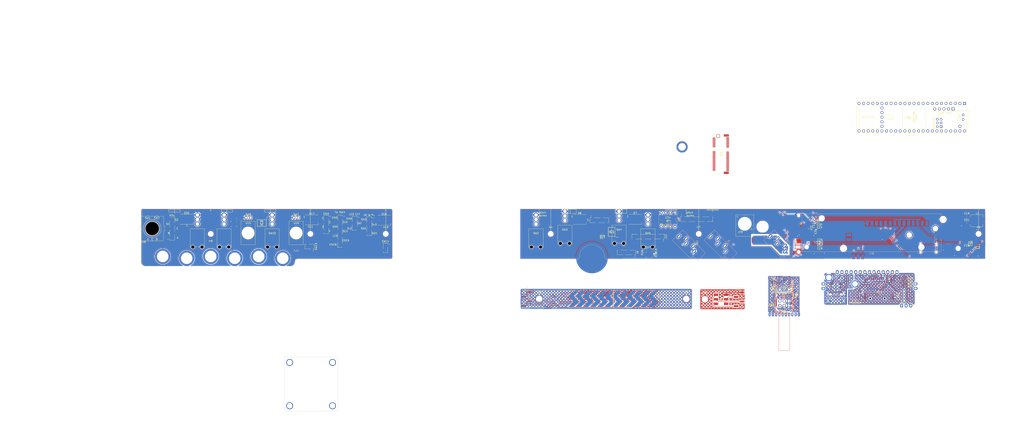
<source format=kicad_pcb>
(kicad_pcb (version 20211014) (generator pcbnew)
  (layers (0 "F.Cu" signal) (31 "B.Cu" signal) (34 "B.Paste" user) (35 "F.Paste" user) (36 "B.SilkS" user "B.Silkscreen") (37 "F.SilkS" user "F.Silkscreen") (38 "B.Mask" user) (39 "F.Mask" user) (44 "Edge.Cuts" user))
  (net 0 "")
  (net 5 "Net-(C10-Pad1)")
  (net 6 "/MainBoard/power/batt+")
  (net 7 "/MainBoard/main_gnd")
  (net 8 "/MainBoard/main_3v3")
  (net 9 "Net-(C2-Pad1)")
  (net 10 "/LHBoard/lh_gnd")
  (net 11 "Net-(C15-Pad1)")
  (net 12 "Net-(D1-Pad2)")
  (net 13 "Net-(D1-Pad1)")
  (net 14 "Net-(R1-Pad2)")
  (net 15 "Net-(R2-Pad2)")
  (net 16 "Net-(R3-Pad2)")
  (net 17 "Net-(R5-Pad1)")
  (net 18 "Net-(R4-Pad1)")
  (net 19 "Net-(C4-Pad1)")
  (net 20 "Net-(C4-Pad2)")
  (net 21 "Net-(IC2-Pad7)")
  (net 22 "Net-(C5-Pad2)")
  (net 23 "Net-(IC1-Pad4)")
  (net 24 "Net-(IC1-Pad5)")
  (net 25 "Net-(IC1-Pad6)")
  (net 26 "Net-(IC1-Pad7)")
  (net 27 "/DAC/dac_3v3in")
  (net 28 "/DAC/dac_gnd")
  (net 29 "/MainBoard/main_5v")
  (net 30 "/MainBoard/power/5v reg out")
  (net 31 "Net-(C19-Pad1)")
  (net 32 "Net-(C27-Pad1)")
  (net 33 "/LHBoard/lh_3v3")
  (net 34 "Net-(C31-Pad1)")
  (net 35 "/Pitchboard/pitch_gnd")
  (net 38 "/Pitchboard/pitch_3v3")
  (net 40 "Net-(C5-Pad1)")
  (net 41 "/MainBoard/TX2_WS2812_DATA")
  (net 42 "Net-(D7-Pad2)")
  (net 43 "Net-(D17-Pad2)")
  (net 44 "/MainBoard/main usb 5v in")
  (net 45 "/USBSocket/GND_USB")
  (net 46 "/USBSocket/usb bus 5v in")
  (net 47 "/USBSocket/USB data in +")
  (net 48 "/USBSocket/USB data in -")
  (net 49 "/microSD/sdio_cs")
  (net 50 "Net-(D16-Pad2)")
  (net 51 "Net-(D25-Pad2)")
  (net 52 "/MainBoard/i2c0_scl")
  (net 53 "/MainBoard/i2c0_sda")
  (net 54 "Net-(IC3-Pad4)")
  (net 55 "Net-(IC3-Pad5)")
  (net 56 "Net-(IC3-Pad6)")
  (net 57 "Net-(IC3-Pad7)")
  (net 58 "Net-(IC3-Pad9)")
  (net 59 "Net-(IC3-Pad10)")
  (net 60 "Net-(IC3-Pad11)")
  (net 61 "/MainBoard/ws2812 data out to LH")
  (net 63 "/LHBoard/lh_sck")
  (net 64 "/LHBoard/lh_sda")
  (net 66 "Net-(J3-Pad4)")
  (net 68 "Net-(J4-Pad2)")
  (net 70 "Net-(J4-Pad4)")
  (net 72 "Net-(J5-PadA5)")
  (net 73 "/MainBoard/USB data in +")
  (net 74 "/MainBoard/USB data in -")
  (net 75 "Net-(J5-PadB5)")
  (net 76 "Net-(J8-Pad2)")
  (net 77 "Net-(J8-Pad3)")
  (net 78 "Net-(J8-Pad4)")
  (net 79 "Net-(J8-Pad5)")
  (net 80 "Net-(J8-Pad6)")
  (net 81 "Net-(J8-Pad7)")
  (net 82 "Net-(J8-Pad8)")
  (net 83 "Net-(J8-Pad9)")
  (net 84 "Net-(J8-Pad10)")
  (net 85 "Net-(J8-Pad11)")
  (net 87 "/MainBoard/sdio_cs")
  (net 88 "/MainBoard/sdio_mosi")
  (net 89 "/MainBoard/sdio_clock")
  (net 90 "/MainBoard/sdio_miso")
  (net 95 "/MainBoard/i2s_lrck")
  (net 96 "/MainBoard/i2s_din")
  (net 97 "/MainBoard/i2s_bck")
  (net 98 "/MainBoard/RX1=MIDI IN")
  (net 99 "/MainBoard/TX1=MIDI OUT")
  (net 100 "/microSD/sdio_mosi")
  (net 101 "Net-(R15-Pad1)")
  (net 102 "Net-(R16-Pad1)")
  (net 103 "Net-(R19-Pad1)")
  (net 104 "Net-(R20-Pad1)")
  (net 105 "Net-(R35-Pad1)")
  (net 106 "Net-(R36-Pad1)")
  (net 107 "/LHBoard/encoder SW")
  (net 108 "/LHBoard/encoder B")
  (net 109 "/LHBoard/encoder A")
  (net 110 "/PressureBoard/pressure_gnd")
  (net 111 "/PressureBoard/pressure_3v3")
  (net 114 "/PressureBoard/pressure_sda")
  (net 115 "/PressureBoard/pressure_sck")
  (net 120 "/microSD/3v3")
  (net 129 "/MainBoard/ENC_A")
  (net 131 "/MainBoard/ENC_B")
  (net 133 "/MainBoard/oled_dc")
  (net 135 "/MainBoard/oled_res")
  (net 140 "/MainBoard/oled_cs")
  (net 141 "/MainBoard/spi0_sck")
  (net 143 "/MainBoard/spi0_sda")
  (net 159 "Net-(J6-Pad1)")
  (net 160 "Net-(J6-Pad2)")
  (net 161 "Net-(J6-Pad3)")
  (net 162 "Net-(J6-Pad4)")
  (net 171 "Net-(J18-Pad1)")
  (net 172 "Net-(J18-Pad2)")
  (net 173 "Net-(J18-Pad3)")
  (net 174 "Net-(J18-Pad4)")
  (net 175 "Net-(U10-Pad12)")
  (net 176 "Net-(U10-Pad13)")
  (net 177 "Net-(U10-Pad14)")
  (net 178 "Net-(U10-Pad15)")
  (net 179 "Net-(U10-Pad16)")
  (net 180 "Net-(U10-Pad17)")
  (net 183 "/Pitchboard/pitch_sck")
  (net 184 "/Pitchboard/pitch_sda")
  (net 187 "Net-(C6-Pad1)")
  (net 188 "/DAC/D3v3")
  (net 189 "Net-(C9-Pad1)")
  (net 190 "/DAC/a3v3")
  (net 191 "/LHBoard/ws2812 data from main")
  (net 193 "/microSD/sdio_clock")
  (net 194 "/microSD/gnd")
  (net 195 "/microSD/sdio_miso")
  (net 196 "/MainBoard/main_batt_key_1")
  (net 197 "/MainBoard/main_program_switch_1")
  (net 198 "/MainBoard/main_batt_led1")
  (net 199 "/MainBoard/main_batt_led2")
  (net 200 "/MainBoard/main_batt_led3")
  (net 201 "Net-(D2-Pad1)")
  (net 202 "Net-(D2-Pad2)")
  (net 203 "Net-(D4-Pad2)")
  (net 204 "/DAC/dac_i2s_lrck")
  (net 205 "/DAC/dac_i2s_din")
  (net 206 "/DAC/dac_i2s_bck")
  (net 207 "/DAC/dac_sw2")
  (net 208 "/DAC/dac_sw1")
  (net 209 "Net-(J13-Pad11)")
  (net 210 "Net-(J13-Pad12)")
  (net 211 "Net-(J13-Pad13)")
  (net 212 "/DAC/dac_audio_out_L")
  (net 213 "/DAC/dac_audio_out_r")
  (net 214 "Net-(J13-Pad14)")
  (net 215 "Net-(C18-Pad1)")
  (net 220 "/MainBoard/audio_gnd")
  (net 221 "Net-(J16-Pad2)")
  (net 222 "Net-(J16-Pad4)")
  (net 228 "unconnected-(J17-PadSUSB)")
  (net 229 "Net-(R11-Pad2)")
  (footprint "Resistor_SMD:R_0402_1005Metric" (layer "F.Cu") (at -254.689196 232.297034 180)
    (fp_text reference "R17")
    (fp_text value "4.7k")
  )
  (footprint "Capacitor_SMD:C_0402_1005Metric" (layer "F.Cu") (at -51.251696 236.397034 -90)
    (fp_text reference "C16")
    (fp_text value "10uF")
  )
  (footprint "Capacitor_SMD:C_0402_1005Metric" (layer "F.Cu") (at -284.439196 271.397034 180)
    (fp_text reference "C31" hide)
    (fp_text value "0.1uF")
  )
  (footprint "Capacitor_SMD:C_0402_1005Metric" (layer "F.Cu") (at -455.739196 223.247034 90)
    (fp_text reference "C29" hide)
    (fp_text value "0.1uF")
  )
  (footprint "Connector_PinHeader_2.54mm:PinHeader_1x02_P2.54mm_Vertical_SMD_Pin1Right" (layer "F.Cu") (at -374.789196 238.897034)
    (fp_text reference "SW14")
    (fp_text value "SW_y2")
  )
  (footprint "MountingHole:MountingHole_2.7mm_M2.5" (layer "F.Cu") (at -201.251696 231.197034)
    (fp_text reference "H7")
    (fp_text value "MountingHole")
  )
  (footprint "MountingHole:MountingHole_2.7mm_M2.5" (layer "F.Cu") (at -208.139196 267.197034)
    (fp_text reference "H3")
    (fp_text value "MountingHole")
  )
  (footprint "Resistor_SMD:R_0402_1005Metric" (layer "F.Cu") (at -148.383183 265.453527 -90)
    (fp_text reference "R5")
    (fp_text value "470R")
  )
  (footprint "clarinoid2:MB2511S2G45" (layer "F.Cu") (at -291.389196 225.762034)
    (fp_text reference "SW2")
    (fp_text value "sw_RHx1")
  )
  (footprint "SamacSys_Parts:SOP65P640X110-16N" (layer "F.Cu") (at -443.289196 225.197034 -90)
    (fp_text reference "IC3")
    (fp_text value "PCA9554APW,118" hide)
  )
  (footprint "SamacSys_Parts:ABPMAND001PG2A3" (layer "F.Cu") (at -188.851696 267.397034 -90)
    (fp_text reference "U1")
    (fp_text value "Pressure1_0x28_I2C0" hide)
  )
  (footprint "Capacitor_SMD:C_0603_1608Metric" (layer "F.Cu") (at -134.151696 235.897034)
    (fp_text reference "C25")
    (fp_text value "22uF")
  )
  (footprint "Connector_PinHeader_2.54mm:PinHeader_1x05_P2.54mm_Vertical_SMD_Pin1Right" (layer "F.Cu") (at -492.959196 228.237034 180)
    (fp_text reference "J21" hide)
    (fp_text value "encoder header")
  )
  (footprint "Capacitor_SMD:C_0402_1005Metric" (layer "F.Cu") (at -148.883183 260.343527 90)
    (fp_text reference "C13")
    (fp_text value "0.1uF")
  )
  (footprint "Capacitor_SMD:C_0603_1608Metric" (layer "F.Cu") (at -134.151696 237.497034)
    (fp_text reference "C24")
    (fp_text value "22uF")
  )
  (footprint "Resistor_SMD:R_0402_1005Metric" (layer "F.Cu") (at -92.051696 265.197034 -90)
    (fp_text reference "R11")
    (fp_text value "10k")
  )
  (footprint "clarinoid2:SSD1306_128x64_approximate" (layer "F.Cu") (at -460.266132 300.001076)
    (fp_text reference "U17" hide)
    (fp_text value "OLED graphic")
  )
  (footprint "SamacSys_Parts:SOIC127P599X155-9N" (layer "F.Cu") (at -46.851696 238.697034)
    (fp_text reference "IC2")
    (fp_text value "Injoinic IP5306 battery charge" hide)
  )
  (footprint "Package_TO_SOT_SMD:SOT-23-5" (layer "F.Cu") (at -134.951696 222.097034 180)
    (fp_text reference "U7")
    (fp_text value "TLV75733PDBV")
  )
  (footprint "Capacitor_SMD:C_0402_1005Metric" (layer "F.Cu") (at -159.783183 259.643527 180)
    (fp_text reference "C7")
    (fp_text value "10uF")
  )
  (footprint "MountingHole:MountingHole_2.7mm_M2.5" (layer "F.Cu") (at -46.251696 231.197034)
    (fp_text reference "H5")
    (fp_text value "MountingHole")
  )
  (footprint "Package_TO_SOT_SMD:SOT-23-5" (layer "F.Cu") (at -158.583183 265.243527)
    (fp_text reference "U5")
    (fp_text value "TLV75533PDBV")
  )
  (footprint "Capacitor_SMD:C_0402_1005Metric" (layer "F.Cu") (at -147.783183 260.343527 90)
    (fp_text reference "C12")
    (fp_text value "10uF")
  )
  (footprint "clarinoid2:MB2511S2G45" (layer "F.Cu") (at -464.176696 225.762034)
    (fp_text reference "SW11" hide)
    (fp_text value "SW_x2")
  )
  (footprint "Resistor_SMD:R_0402_1005Metric" (layer "F.Cu") (at -53.751696 223.097034 90)
    (fp_text reference "R12" hide)
    (fp_text value "0.5R")
  )
  (footprint "LED_SMD:LED_0402_1005Metric" (layer "F.Cu") (at -87.656207 260.392523)
    (fp_text reference "D2" hide)
    (fp_text value "25%")
  )
  (footprint "Capacitor_SMD:C_0402_1005Metric" (layer "F.Cu") (at -153.783183 262.143527)
    (fp_text reference "C5")
    (fp_text value "2.2uF")
  )
  (footprint "clarinoid2:solder point DIP 1x2" (layer "F.Cu") (at -424.289196 222.197034)
    (fp_text reference "SW7")
    (fp_text value "SW_OK")
  )
  (footprint "Connector_PinHeader_2.54mm:PinHeader_1x04_P2.54mm_Vertical_SMD_Pin1Right" (layer "F.Cu") (at -256.326696 223.597034 90)
    (fp_text reference "J7")
    (fp_text value "I2C HEADER main to PITCH")
  )
  (footprint "Resistor_SMD:R_0402_1005Metric" (layer "F.Cu") (at -226.026696 240.722034 -90)
    (fp_text reference "R15")
    (fp_text value "10k")
  )
  (footprint "clarinoid2:USB_C_Receptacle_XKB_U262-16XN-4BVC11" (layer "F.Cu") (at -125.306207 267.217523)
    (fp_text reference "J5" hide)
    (fp_text value "XKB_U262-16XN-4BVC11 USB-C recept")
  )
  (footprint "Resistor_SMD:R_0402_1005Metric" (layer "F.Cu") (at -161.383183 270.543527 90)
    (fp_text reference "R2")
    (fp_text value "22R")
  )
  (footprint "clarinoid2:MB2511S4W01-BC" (layer "F.Cu") (at -424.276696 230.697034)
    (fp_text reference "U16")
    (fp_text value "BACK cutout")
  )
  (footprint "MountingHole:MountingHole_2.7mm_M2.5" (layer "F.Cu") (at -197.851696 267.397034)
    (fp_text reference "H8")
    (fp_text value "MountingHole")
  )
  (footprint "Capacitor_SMD:C_0402_1005Metric" (layer "F.Cu") (at -230.026696 239.997034)
    (fp_text reference "C27")
    (fp_text value "0.1uF")
  )
  (footprint "Connector_PinHeader_2.54mm:PinHeader_1x07_P2.54mm_Vertical_SMD_Pin1Right" (layer "F.Cu") (at -202.426696 222.997034 90)
    (fp_text reference "J9")
    (fp_text value "OLED_HEADER")
  )
  (footprint "Capacitor_SMD:C_0603_1608Metric" (layer "F.Cu") (at -134.426696 226.197034 180)
    (fp_text reference "C23")
    (fp_text value "0.1uF")
  )
  (footprint "Capacitor_SMD:C_0402_1005Metric" (layer "F.Cu") (at -148.183183 257.943527 90)
    (fp_text reference "C4")
    (fp_text value "2.2uF")
  )
  (footprint "Resistor_SMD:R_0402_1005Metric" (layer "F.Cu") (at -160.283183 270.543527 90)
    (fp_text reference "R1")
    (fp_text value "22R")
  )
  (footprint "Diode_SMD:D_SOD-323" (layer "F.Cu") (at -218.276696 224.597034 180)
    (fp_text reference "D1")
    (fp_text value "1N4148WS")
  )
  (footprint "Connector_PinHeader_2.54mm:PinHeader_1x07_P2.54mm_Vertical_SMD_Pin1Right" (layer "F.Cu") (at -229.289196 232.697034 -90)
    (fp_text reference "J12")
    (fp_text value "main header multi to LH")
  )
  (footprint "clarinoid2:MB2511S2G45" (layer "F.Cu") (at -229.389196 225.762034)
    (fp_text reference "SW5")
    (fp_text value "sw_RHx4")
  )
  (footprint "Capacitor_SMD:C_0402_1005Metric" (layer "F.Cu") (at -218.256696 220.997034 180)
    (fp_text reference "C14")
    (fp_text value "0.1uF")
  )
  (footprint "clarinoid2:MB2511S2G45" (layer "F.Cu") (at -245.389196 223.762034)
    (fp_text reference "SW4")
    (fp_text value "sw_RHx3")
  )
  (footprint "Capacitor_SMD:C_0402_1005Metric" (layer "F.Cu") (at -52.951696 238.797034)
    (fp_text reference "C15")
    (fp_text value "10uF")
  )
  (footprint "clarinoid2:Sinhoo SMTSO2530CTJ" (layer "F.Cu") (at -210.489196 182.997034)
    (fp_text reference "H1")
    (fp_text value "M.2 riser 2.5mm")
  )
  (footprint "LED_SMD:LED_WS2812B_PLCC4_5.0x5.0mm_P3.2mm" (layer "F.Cu") (at -267.251696 223.197034)
    (fp_text reference "D8")
    (fp_text value "WS2812B")
  )
  (footprint "Capacitor_SMD:C_0603_1608Metric" (layer "F.Cu") (at -134.426696 224.597034 180)
    (fp_text reference "C20")
    (fp_text value "0.22uF")
  )
  (footprint "Resistor_SMD:R_0402_1005Metric" (layer "F.Cu") (at -457.229196 222.847034)
    (fp_text reference "R35" hide)
    (fp_text value "10k")
  )
  (footprint "MountingHole:MountingHole_2.7mm_M2.5" (layer "F.Cu") (at -471.589196 231.202034)
    (fp_text reference "H9")
    (fp_text value "MountingHole")
  )
  (footprint "clarinoid2:SOFNG TF-15x15 (LCSC C111196)" (layer "F.Cu") (at -101.146207 263.017523)
    (fp_text reference "J11")
    (fp_text value "microSD SOFNG TF-15x15" hide)
  )
  (footprint "Resistor_SMD:R_0805_2012Metric" (layer "F.Cu") (at -218.289196 222.597034 180)
    (fp_text reference "R7")
    (fp_text value "470R")
  )
  (footprint "Connector_PinHeader_2.54mm:PinHeader_1x02_P2.54mm_Vertical_SMD_Pin1Right" (layer "F.Cu") (at -416.789196 238.197034 -90)
    (fp_text reference "SW13")
    (fp_text value "SW_y1")
  )
  (footprint "Capacitor_SMD:C_0402_1005Metric" (layer "F.Cu") (at -159.783183 258.543527 180)
    (fp_text reference "C10")
    (fp_text value "0.1uF")
  )
  (footprint "Resistor_SMD:R_0805_2012Metric" (layer "F.Cu") (at -221.776696 224.497034 180)
    (fp_text reference "R6")
    (fp_text value "220R")
  )
  (footprint "Capacitor_SMD:C_0603_1608Metric" (layer "F.Cu") (at -134.151696 239.097034)
    (fp_text reference "C22")
    (fp_text value "22uF")
  )
  (footprint "Resistor_SMD:R_0402_1005Metric" (layer "F.Cu") (at -282.539196 267.697034 90)
    (fp_text reference "R19" hide)
    (fp_text value "10k")
  )
  (footprint "clarinoid2:Bourns_POT_PTR902-2020K-A103 Panel interconnect" (layer "F.Cu") (at -175.751696 225.597034)
    (fp_text reference "J19")
    (fp_text value "clarinoid3 DAC and POT subboard interconnect")
  )
  (footprint "Capacitor_SMD:C_0402_1005Metric" (layer "F.Cu") (at -460.439196 222.547034 90)
    (fp_text reference "C2" hide)
    (fp_text value "0.1uF")
  )
  (footprint "Capacitor_SMD:C_0603_1608Metric" (layer "F.Cu") (at -134.151696 240.697034)
    (fp_text reference "C18")
    (fp_text value "22uF")
  )
  (footprint "Capacitor_SMD:C_0402_1005Metric" (layer "F.Cu") (at -146.883183 265.953527)
    (fp_text reference "C9")
    (fp_text value "2.2uF")
  )
  (footprint "clarinoid2:Teensy_4.0_MicroMod outline fab" (layer "F.Cu") (at -192.989196 184.297034 180)
    (fp_text reference "U3" hide)
    (fp_text value "Micromod outline" hide)
  )
  (footprint "MountingHole:MountingHole_2.7mm_M2.5" (layer "F.Cu") (at -416.376696 231.202523)
    (fp_text reference "H11")
    (fp_text value "MountingHole")
  )
  (footprint "clarinoid2:clarinoid3-sd subboard castellated" (layer "F.Cu") (at -129.176207 255.392523)
    (fp_text reference "J13")
    (fp_text value "clarinoid3 main usb interconnect 12p")
  )
  (footprint "Capacitor_SMD:C_0603_1608Metric" (layer "F.Cu") (at -52.751696 224.897034)
    (fp_text reference "C21")
    (fp_text value "22uF")
  )
  (footprint "Connector_PinHeader_2.54mm:PinHeader_1x04_P2.54mm_Vertical_SMD_Pin1Right" (layer "F.Cu") (at -178.851696 267.397034)
    (fp_text reference "J1")
    (fp_text value "header i2c pressure")
  )
  (footprint "clarinoid2:Inductor_MCS0630-1R0MN2" (layer "F.Cu") (at -47.251696 227.297034)
    (fp_text reference "L1")
    (fp_text value "1uH")
  )
  (footprint "LED_SMD:LED_WS2812B_PLCC4_5.0x5.0mm_P3.2mm" (layer "F.Cu") (at -375.526696 223.697034)
    (fp_text reference "D16")
    (fp_text value "WS2812B")
  )
  (footprint "Resistor_SMD:R_0805_2012Metric" (layer "F.Cu") (at -201.381461 238.051799 45)
    (fp_text reference "R9")
    (fp_text value "47R")
  )
  (footprint "Resistor_SMD:R_0402_1005Metric" (layer "F.Cu") (at -282.439196 271.197034 90)
    (fp_text reference "R20" hide)
    (fp_text value "75k")
  )
  (footprint "NetTie:NetTie-2_SMD_Pad0.5mm" (layer "F.Cu") (at -159.383183 262.843527)
    (fp_text reference "NT1")
    (fp_text value "NetTie_2")
  )
  (footprint "Connector_PinHeader_2.54mm:PinHeader_1x04_P2.54mm_Vertical_SMD_Pin1Right" (layer "F.Cu") (at -241.326696 241.497034 -90)
    (fp_text reference "J6")
    (fp_text value "RH touch keys header")
  )
  (footprint "clarinoid2:XKB switch jlcpcb SW_TS-1187A-B-A-B" (layer "F.Cu") (at -114.656207 265.392523 180)
    (fp_text reference "SW6" hide)
    (fp_text value "sw_program")
  )
  (footprint "LED_SMD:LED_WS2812B_PLCC4_5.0x5.0mm_P3.2mm" (layer "F.Cu") (at -236.426696 223.097034)
    (fp_text reference "D7")
    (fp_text value "WS2812B")
  )
  (footprint "Connector_PinHeader_2.54mm:PinHeader_1x04_P2.54mm_Vertical_SMD_Pin1Right" (layer "F.Cu") (at -407.619196 225.967034)
    (fp_text reference "J18" hide)
    (fp_text value "header lh_keys")
  )
  (footprint "Capacitor_SMD:C_0402_1005Metric" (layer "F.Cu") (at -159.783183 256.343527)
    (fp_text reference "C11")
    (fp_text value "0.1uF")
  )
  (footprint "Capacitor_SMD:C_0402_1005Metric" (layer "F.Cu") (at -159.783183 257.443527)
    (fp_text reference "C8")
    (fp_text value "10uF")
  )
  (footprint "MountingHole:MountingHole_2.7mm_M2.5" (layer "F.Cu") (at -289.639196 267.197034)
    (fp_text reference "H2")
    (fp_text value "MountingHole")
  )
  (footprint "LED_SMD:LED_0402_1005Metric" (layer "F.Cu") (at -87.656207 255.892523)
    (fp_text reference "D5" hide)
    (fp_text value "100%")
  )
  (footprint "MountingHole:MountingHole_2.7mm_M2.5" (layer "F.Cu") (at -283.251696 231.197034)
    (fp_text reference "H4")
    (fp_text value "MountingHole")
  )
  (footprint "Resistor_SMD:R_0805_2012Metric" (layer "F.Cu") (at -127.176207 259.892523 -90)
    (fp_text reference "R14" hide)
    (fp_text value "5.1k")
  )
  (footprint "Package_SO:TSSOP-20_4.4x6.5mm_P0.65mm" (layer "F.Cu") (at -153.845683 257.718527 180)
    (fp_text reference "U4")
    (fp_text value "PCM5102A")
  )
  (footprint "LED_SMD:LED_WS2812B_PLCC4_5.0x5.0mm_P3.2mm" (layer "F.Cu") (at -484.926696 223.097034)
    (fp_text reference "D25")
    (fp_text value "WS2812B")
  )
  (footprint "teensy:Teensy41" (layer "F.Cu") (at -83.259196 166.547034 180)
    (fp_text reference "REF**")
    (fp_text value "Teensy 4.1")
  )
  (footprint "MountingHole:MountingHole_2.7mm_M2.5" (layer "F.Cu") (at -374.626696 231.202523)
    (fp_text reference "H10")
    (fp_text value "MountingHole")
  )
  (footprint "clarinoid2:Bourns_ENC_PEC11R-4215F-S0024 panel cutout shaft downward" (layer "F.Cu") (at -503.989196 228.202523)
    (fp_text reference "U18")
    (fp_text value "encoder cutout")
  )
  (footprint "Resistor_SMD:R_0402_1005Metric" (layer "F.Cu") (at -254.689196 231.197034 180)
    (fp_text reference "R18")
    (fp_text value "4.7k")
  )
  (footprint "clarinoid2:solder point DIP 1x2" (layer "F.Cu") (at -450.789196 222.197034)
    (fp_text reference "SW9")
    (fp_text value "SW_BACK")
  )
  (footprint "Connector_PinHeader_2.54mm:PinHeader_1x07_P2.54mm_Vertical_SMD_Pin1Right" (layer "F.Cu") (at -399.959196 229.717034)
    (fp_text reference "J10" hide)
    (fp_text value "LH header multi to main")
  )
  (footprint "clarinoid2:XKB switch jlcpcb SW_TS-1187A-B-A-B" (layer "F.Cu") (at -87.656207 265.392523)
    (fp_text reference "SW1" hide)
    (fp_text value "sw_batteryindicator")
  )
  (footprint "NetTie:NetTie-2_SMD_Pad0.5mm" (layer "F.Cu") (at -137.651696 227.897034 90)
    (fp_text reference "NT2")
    (fp_text value "NetTie_2")
  )
  (footprint "LED_SMD:LED_0402_1005Metric" (layer "F.Cu") (at -87.656207 258.892523)
    (fp_text reference "D3" hide)
    (fp_text value "50%")
  )
  (footprint "Resistor_SMD:R_0402_1005Metric" (layer "F.Cu") (at -231.426696 241.622034 90)
    (fp_text reference "R16")
    (fp_text value "75k")
  )
  (footprint "Connector_PinHeader_2.54mm:PinHeader_1x04_P2.54mm_Vertical_SMD_Pin1Right" (layer "F.Cu") (at -383.789196 226.927034)
    (fp_text reference "J14" hide)
    (fp_text value "header_i2c_lh to pressure")
  )
  (footprint "Package_DFN_QFN:UQFN-20_3x3mm_P0.4mm" (layer "F.Cu") (at -279.639196 269.197034)
    (fp_text reference "U11" hide)
    (fp_text value "MPR121, 0x5A")
  )
  (footprint "Connector_PinHeader_2.54mm:PinHeader_1x04_P2.54mm_Vertical_SMD_Pin1Right" (layer "F.Cu") (at -296.526696 267.197034)
    (fp_text reference "J2")
    (fp_text value "lh_header_i2c_main")
  )
  (footprint "Connector_PinHeader_2.54mm:PinHeader_1x03_P2.54mm_Vertical_SMD_Pin1Right" (layer "F.Cu") (at -391.844196 225.343034)
    (fp_text reference "U9" hide)
    (fp_text value "WS2812_HEADER LH to external")
  )
  (footprint "Capacitor_SMD:C_0402_1005Metric" (layer "F.Cu") (at -282.039196 266.197034)
    (fp_text reference "C32" hide)
    (fp_text value "0.1uF")
  )
  (footprint "clarinoid2:MB2511S2G45" (layer "F.Cu") (at -478.976696 225.762034)
    (fp_text reference "SW12" hide)
    (fp_text value "SW_x3")
  )
  (footprint "Resistor_SMD:R_0805_2012Metric" (layer "F.Cu") (at -211.126696 235.997034 -135)
    (fp_text reference "R8")
    (fp_text value "47R")
  )
  (footprint "Capacitor_SMD:C_0603_1608Metric" (layer "F.Cu") (at -52.751696 221.297034)
    (fp_text reference "C19")
    (fp_text value "22uF")
  )
  (footprint "Capacitor_SMD:C_0402_1005Metric" (layer "F.Cu") (at -136.551696 226.497034 90)
    (fp_text reference "C17")
    (fp_text value "10uF")
  )
  (footprint "Capacitor_SMD:C_0402_1005Metric" (layer "F.Cu") (at -158.883183 261.343527 90)
    (fp_text reference "C3")
    (fp_text value "0.1uF")
  )
  (footprint "Resistor_SMD:R_0402_1005Metric" (layer "F.Cu") (at -461.439196 224.547034 90)
    (fp_text reference "R36" hide)
    (fp_text value "75k")
  )
  (footprint "Capacitor_SMD:C_0402_1005Metric" (layer "F.Cu") (at -159.983183 261.343527 90)
    (fp_text reference "C1")
    (fp_text value "10uF")
  )
  (footprint "Resistor_SMD:R_0402_1005Metric" (layer "F.Cu") (at -159.183183 270.543527 90)
    (fp_text reference "R3")
    (fp_text value "22R")
  )
  (footprint "clarinoid2:MB2511S2G45" (layer "F.Cu") (at -275.389196 223.762034)
    (fp_text reference "SW3")
    (fp_text value "sw_RHx2")
  )
  (footprint "Capacitor_SMD:C_0402_1005Metric" (layer "F.Cu") (at -137.651696 229.897034 -90)
    (fp_text reference "C26")
    (fp_text value "0.1uF")
  )
  (footprint "Resistor_SMD:R_0603_1608Metric" (layer "F.Cu") (at -52.751696 236.697034 -90)
    (fp_text reference "R10")
    (fp_text value "2R")
  )
  (footprint "SamacSys_Parts:21992304" (layer "F.Cu") (at -188.839196 186.997034 -90)
    (fp_text reference "U2")
    (fp_text value "APCI0108-P001A Teensy_4.0_MicroMod" hide)
  )
  (footprint "Resistor_SMD:R_0805_2012Metric" (layer "F.Cu") (at -123.068707 259.892523 -90)
    (fp_text reference "R13" hide)
    (fp_text value "5.1k")
  )
  (footprint "LED_SMD:LED_WS2812B_PLCC4_5.0x5.0mm_P3.2mm" (layer "F.Cu") (at -415.626696 223.447034)
    (fp_text reference "D17")
    (fp_text value "WS2812B")
  )
  (footprint "Package_DFN_QFN:UQFN-20_3x3mm_P0.4mm" (layer "F.Cu") (at -228.726696 242.697034 -90)
    (fp_text reference "U8")
    (fp_text value "MPR121, 0x5A")
  )
  (footprint "Capacitor_SMD:C_0402_1005Metric" (layer "F.Cu") (at -153.807488 273.143527 180)
    (fp_text reference "C6")
    (fp_text value "2.2uF")
  )
  (footprint "Resistor_SMD:R_0402_1005Metric" (layer "F.Cu") (at -151.707488 273.443527 180)
    (fp_text reference "R4" hide)
    (fp_text value "470R")
  )
  (footprint "clarinoid2:MB2511S4W01-BC" (layer "F.Cu") (at -450.876696 230.697034)
    (fp_text reference "U15")
    (fp_text value "OK cutout")
  )
  (footprint "Capacitor_SMD:C_0402_1005Metric" (layer "F.Cu") (at -226.026696 242.702034 -90)
    (fp_text reference "C28")
    (fp_text value "0.1uF")
  )
  (footprint "SamacSys_Parts:SOP65P640X110-16N" (layer "F.Cu") (at -249.489196 230.097034 180)
    (fp_text reference "IC1")
    (fp_text value "PCA9554APW,118" hide)
  )
  (footprint "clarinoid2:MB2511S2G45" (layer "F.Cu") (at -437.576696 225.762034)
    (fp_text reference "SW10")
    (fp_text value "SW_x1")
  )
  (footprint "Package_DFN_QFN:UQFN-20_3x3mm_P0.4mm" (layer "F.Cu") (at -458.789196 225.697034 -90)
    (fp_text reference "U10" hide)
    (fp_text value "MPR121, 0x5A")
  )
  (footprint "LED_SMD:LED_0402_1005Metric" (layer "F.Cu") (at -87.656207 257.392523)
    (fp_text reference "D4" hide)
    (fp_text value "75%")
  )
  (footprint "clarinoid2:SWITCHCRAFT_35RAPC4BV4_OvalHoles" (layer "B.Cu") (at -206.594842 238.197034 135)
    (fp_text reference "J4")
    (fp_text value "MIDI OUT")
  )
  (footprint "Battery:BatteryHolder_Keystone_1042_1x18650" (layer "B.Cu") (at -105.509196 230.547034)
    (fp_text reference "BT1")
    (fp_text value "Battery_Cell")
  )
  (footprint "clarinoid2:SWITCHCRAFT_35RAPC4BV4_OvalHoles" (layer "B.Cu") (at -189.094842 238.197034 135)
    (fp_text reference "J3")
    (fp_text value "MIDI IN")
  )
  (footprint "CapTouchSliders:CaptouchSlider_Masked_H3x3_A1.0mm_x12" (layer "B.Cu") (at -223.540174 269.697034 180)
    (fp_text reference "J8")
    (fp_text value "CapTouchSlider3")
  )
  (footprint "clarinoid2:CLARINOID_M6_6OCTAVES_p13.3_offset1.0mm" (layer "B.Cu") (at -431.689196 244.697034 180)
    (fp_text reference "U12")
    (fp_text value "octave_keys_6")
  )
  (footprint "Package_DIP:DIP-8_W7.62mm" (layer "B.Cu") (at -214.414196 227.122034 90)
    (fp_text reference "U6")
    (fp_text value "6N138")
  )
  (footprint "clarinoid2:SWITCHCRAFT_35RAPC4BV4_OvalHoles" (layer "B.Cu") (at -156.094842 238.197034 135)
    (fp_text reference "J16")
    (fp_text value "AudioOut")
  )
  (footprint "clarinoid2:Bourns_POT_PTR902-2020K-A103 Panel subboard castellated header" (layer "B.Cu") (at -151.383183 270.843527)
    (fp_text reference "J15")
    (fp_text value "clarinoid3 DAC and POT subboard interconnect")
  )
  (footprint "SamacSys_Parts:PTR902-2020K-A103" (layer "B.Cu") (at -153.883183 275.843527 -90)
    (fp_text reference "R21")
    (fp_text value "PTR902-2020K-A103" hide)
  )
  (footprint "clarinoid2:clarinoid3-sd subboard smd" (layer "B.Cu") (at -84.619196 231.797034 180)
    (fp_text reference "J17")
    (fp_text value "clarinoid3 main usb interconnect 12p")
  )
  (gr_circle (center -190.489196 176.997034) (end -189.489196 176.997034) (layer "F.Cu") (width 0.2) (fill none))
  (gr_circle (center -260.394196 244.197034) (end -251.594196 244.197034) (layer "B.Cu") (width 0) (fill solid))
  (gr_line (start -289.639196 217.322034) (end -289.639196 220.197034) (layer "F.SilkS") (width 0.15))
  (gr_line (start -491.639196 217.197034) (end -491.639196 219.897034) (layer "F.SilkS") (width 0.15))
  (gr_rect (start -435.439196 217.697034) (end -441.839196 219.097034) (layer "F.SilkS") (width 0.15) (fill none))
  (gr_rect (start -488.439196 217.697034) (end -494.839196 219.097034) (layer "F.SilkS") (width 0.15) (fill none))
  (gr_line (start -472.126696 218.197034) (end -471.126696 218.197034) (layer "F.SilkS") (width 0.15))
  (gr_line (start -193.589196 217.322034) (end -193.589196 219.097034) (layer "F.SilkS") (width 0.15))
  (gr_line (start -201.251696 217.322034) (end -201.251696 231.197034) (layer "F.SilkS") (width 0.15))
  (gr_line (start -416.376696 231.197034) (end -416.376696 217.197034) (layer "F.SilkS") (width 0.15))
  (gr_line (start -216.589196 217.322034) (end -216.589196 219.097034) (layer "F.SilkS") (width 0.15))
  (gr_line (start -272.339196 217.322034) (end -272.339196 219.897034) (layer "F.SilkS") (width 0.15))
  (gr_rect (start -459.439196 217.697034) (end -465.839196 219.097034) (layer "F.SilkS") (width 0.15) (fill none))
  (gr_line (start -374.626696 231.197034) (end -374.626696 217.197034) (layer "F.SilkS") (width 0.15))
  (gr_rect (start -241.139196 217.462034) (end -247.539196 219.862034) (layer "F.SilkS") (width 0.15) (fill none))
  (gr_line (start -416.876696 218.197034) (end -415.876696 218.197034) (layer "F.SilkS") (width 0.15))
  (gr_rect (start -190.389196 217.697034) (end -196.789196 218.097034) (layer "F.SilkS") (width 0.15) (fill none))
  (gr_line (start -244.339196 217.322034) (end -244.339196 217.622034) (layer "F.SilkS") (width 0.15))
  (gr_line (start -208.139196 217.322034) (end -208.139196 220.197034) (layer "F.SilkS") (width 0.15))
  (gr_rect (start -213.389196 217.697034) (end -219.789196 218.097034) (layer "F.SilkS") (width 0.15) (fill none))
  (gr_line (start -46.251696 217.322034) (end -46.251696 231.197034) (layer "F.SilkS") (width 0.15))
  (gr_line (start -462.639196 217.397034) (end -462.639196 219.097034) (layer "F.SilkS") (width 0.15))
  (gr_line (start -471.626696 218.697034) (end -471.626696 217.197034) (layer "F.SilkS") (width 0.15))
  (gr_rect (start -269.139196 217.497034) (end -275.539196 219.897034) (layer "F.SilkS") (width 0.15) (fill none))
  (gr_line (start -283.251696 217.322034) (end -283.251696 231.197034) (layer "F.SilkS") (width 0.15))
  (gr_line (start -438.639196 217.197034) (end -438.639196 219.097034) (layer "F.SilkS") (width 0.15))
  (gr_line (start -375.126696 218.197034) (end -374.126696 218.197034) (layer "F.SilkS") (width 0.15))
  (gr_line (start -204.639196 262.197034) (end -204.639196 272.197034) (layer "Edge.Cuts") (width 0.1))
  (gr_line (start -42.339196 217.197034) (end -42.339196 245.197034) (layer "Edge.Cuts") (width 0.1))
  (gr_line (start -427.289196 249.197034) (end -507.789196 249.197034) (layer "Edge.Cuts") (width 0.1))
  (gr_line (start -132.176207 269.392523) (end -132.176207 253.892523) (layer "Edge.Cuts") (width 0.1))
  (gr_arc (start -176.351696 261.397034) (mid -175.644589 261.689927) (end -175.351696 262.397034) (layer "Edge.Cuts") (width 0.1))
  (gr_arc (start -267.394196 244.197034) (mid -267.687089 244.904141) (end -268.394196 245.197034) (layer "Edge.Cuts") (width 0.1))
  (gr_line (start -300.339196 217.197034) (end -42.339196 217.197034) (layer "Edge.Cuts") (width 0.1))
  (gr_arc (start -371.789196 217.197034) (mid -371.082089 217.489927) (end -370.789196 218.197034) (layer "Edge.Cuts") (width 0.1))
  (gr_line (start -268.394196 245.197034) (end -300.339196 245.197034) (layer "Edge.Cuts") (width 0.1))
  (gr_line (start -510.289196 218.197034) (end -510.289196 246.697034) (layer "Edge.Cuts") (width 0.1))
  (gr_line (start -299.339196 261.197034) (end -205.639196 261.197034) (layer "Edge.Cuts") (width 0.1))
  (gr_arc (start -130.676207 270.892523) (mid -131.736867 270.453183) (end -132.176207 269.392523) (layer "Edge.Cuts") (width 0.1))
  (gr_rect (start -162.983183 254.343527) (end -144.983183 275.843527) (layer "Edge.Cuts") (width 0.1) (fill none))
  (gr_line (start -81.176207 253.892523) (end -81.176207 269.392523) (layer "Edge.Cuts") (width 0.1))
  (gr_arc (start -424.789196 246.697034) (mid -424.349856 245.636374) (end -423.289196 245.197034) (layer "Edge.Cuts") (width 0.1))
  (gr_arc (start -200.851696 262.397034) (mid -200.558803 261.689927) (end -199.851696 261.397034) (layer "Edge.Cuts") (width 0.1))
  (gr_arc (start -300.339196 262.197034) (mid -300.046303 261.489927) (end -299.339196 261.197034) (layer "Edge.Cuts") (width 0.1))
  (gr_line (start -300.339196 272.197034) (end -300.339196 262.197034) (layer "Edge.Cuts") (width 0.1))
  (gr_rect (start -430.861132 299.406076) (end -401.111132 329.406076) (layer "Edge.Cuts") (width 0.1) (fill none))
  (gr_line (start -300.339196 245.197034) (end -300.339196 217.197034) (layer "Edge.Cuts") (width 0.1))
  (gr_line (start -200.851696 272.397034) (end -200.851696 262.397034) (layer "Edge.Cuts") (width 0.1))
  (gr_line (start -424.789196 246.697034) (end -424.789196 246.697034) (layer "Edge.Cuts") (width 0.1))
  (gr_arc (start -82.676207 252.392523) (mid -81.615547 252.831863) (end -81.176207 253.892523) (layer "Edge.Cuts") (width 0.1))
  (gr_arc (start -299.339196 273.197034) (mid -300.046303 272.904141) (end -300.339196 272.197034) (layer "Edge.Cuts") (width 0.1))
  (gr_line (start -42.339196 245.197034) (end -252.394196 245.197034) (layer "Edge.Cuts") (width 0.1))
  (gr_arc (start -175.351696 272.397034) (mid -175.644589 273.104141) (end -176.351696 273.397034) (layer "Edge.Cuts") (width 0.1))
  (gr_arc (start -424.789196 246.697034) (mid -425.521429 248.464801) (end -427.289196 249.197034) (layer "Edge.Cuts") (width 0.1))
  (gr_arc (start -507.789196 249.197034) (mid -509.556963 248.464801) (end -510.289196 246.697034) (layer "Edge.Cuts") (width 0.1))
  (gr_line (start -371.789196 245.197034) (end -423.289196 245.197034) (layer "Edge.Cuts") (width 0.1))
  (gr_arc (start -205.639196 261.197034) (mid -204.932089 261.489927) (end -204.639196 262.197034) (layer "Edge.Cuts") (width 0.1))
  (gr_arc (start -132.176207 253.892523) (mid -131.736867 252.831863) (end -130.676207 252.392523) (layer "Edge.Cuts") (width 0.1))
  (gr_line (start -509.289196 217.197034) (end -371.789196 217.197034) (layer "Edge.Cuts") (width 0.1))
  (gr_arc (start -252.394196 245.197034) (mid -253.101303 244.904141) (end -253.394196 244.197034) (layer "Edge.Cuts") (width 0.1))
  (gr_line (start -176.351696 273.397034) (end -199.851696 273.397034) (layer "Edge.Cuts") (width 0.1))
  (gr_line (start -370.789196 218.197034) (end -370.789196 244.197034) (layer "Edge.Cuts") (width 0.1))
  (gr_line (start -130.676207 252.392523) (end -82.676207 252.392523) (layer "Edge.Cuts") (width 0.1))
  (gr_arc (start -510.289196 218.197034) (mid -509.996303 217.489927) (end -509.289196 217.197034) (layer "Edge.Cuts") (width 0.1))
  (gr_line (start -82.676207 270.892523) (end -130.676207 270.892523) (layer "Edge.Cuts") (width 0.1))
  (gr_arc (start -81.176207 269.392523) (mid -81.615547 270.453183) (end -82.676207 270.892523) (layer "Edge.Cuts") (width 0.1))
  (gr_line (start -205.639196 273.197034) (end -299.339196 273.197034) (layer "Edge.Cuts") (width 0.1))
  (gr_line (start -199.851696 261.397034) (end -176.351696 261.397034) (layer "Edge.Cuts") (width 0.1))
  (gr_arc (start -199.851696 273.397034) (mid -200.558803 273.104141) (end -200.851696 272.397034) (layer "Edge.Cuts") (width 0.1))
  (gr_arc (start -204.639196 272.197034) (mid -204.932089 272.904141) (end -205.639196 273.197034) (layer "Edge.Cuts") (width 0.1))
  (gr_line (start -175.351696 262.397034) (end -175.351696 272.397034) (layer "Edge.Cuts") (width 0.1))
  (gr_arc (start -370.789196 244.197034) (mid -371.082089 244.904141) (end -371.789196 245.197034) (layer "Edge.Cuts") (width 0.1))
  (gr_arc (start -267.394196 244.197034) (mid -260.394196 237.197034) (end -253.394196 244.197034) (layer "Edge.Cuts") (width 0.1))
  (gr_text "2" (at -406.289196 224.697034) (layer "F.SilkS") (effects (font (size 1 1)) (justify left)))
  (gr_text "GND" (at -385.189196 223.165523) (layer "F.SilkS") (effects (font (size 1 1)) (justify right)))
  (gr_text "SCK" (at -379.289196 230.827034) (layer "F.SilkS") (effects (font (size 1 1)) (justify right)))
  (gr_text "3v3" (at -379.589196 226.027034) (layer "F.SilkS") (effects (font (size 1 1)) (justify right)))
  (gr_text "S1" (at -494.289196 225.697034) (layer "F.SilkS") (effects (font (size 1 1)) (justify right)))
  (gr_text "GND" (at -401.289196 222.197034) (layer "F.SilkS") (effects (font (size 1 1)) (justify right)))
  (gr_text "BATT" (at -87.656207 269.392523) (layer "F.SilkS") (effects (font (size 1 1))))
  (gr_text "100%" (at -84.176207 255.892523) (layer "F.SilkS") (effects (font (size 1 1))))
  (gr_text "LED" (at -401.289196 232.257034) (layer "F.SilkS") (effects (font (size 1 1)) (justify right)))
  (gr_text "B" (at -494.289196 230.777034) (layer "F.SilkS") (effects (font (size 1 1)) (justify right)))
  (gr_text "To Main" (at -399.959196 219.197034) (layer "F.SilkS") (effects (font (size 1 1))))
  (gr_text "1" (at -408.949196 222.382034) (layer "F.SilkS") (effects (font (size 1 1)) (justify right)))
  (gr_text "I2C to Pr." (at -380.789196 220.727034) (layer "F.SilkS") (effects (font (size 0.8 0.8)) (justify right)))
  (gr_text "A" (at -489.459196 233.326034) (layer "F.SilkS") (effects (font (size 1 1)) (justify right)))
  (gr_text "4" (at -406.289196 229.552034) (layer "F.SilkS") (effects (font (size 1 1)) (justify left)))
  (gr_text "3v3" (at -398.629196 224.637034) (layer "F.SilkS") (effects (font (size 1 1)) (justify left)))
  (gr_text "keys" (at -407.626696 219.847034) (layer "F.SilkS") (effects (font (size 1 1))))
  (gr_text "3" (at -408.949196 227.237034) (layer "F.SilkS") (effects (font (size 1 1)) (justify right)))
  (gr_text "50%" (at -84.176207 258.892523) (layer "F.SilkS") (effects (font (size 1 1))))
  (gr_text "GND" (at -393.289196 222.697034) (layer "F.SilkS") (effects (font (size 1 1)) (justify right)))
  (gr_text "ENCA" (at -394.791696 234.797034) (layer "F.SilkS") (effects (font (size 1 1)) (justify right)))
  (gr_text "S2" (at -489.459196 223.382034) (layer "F.SilkS") (effects (font (size 1 1)) (justify right)))
  (gr_text "75%" (at -84.176207 257.392523) (layer "F.SilkS") (effects (font (size 1 1))))
  (gr_text "DAT" (at -387.689196 225.297034) (layer "F.SilkS") (effects (font (size 1 1)) (justify right)))
  (gr_text "enc." (at -492.959196 220.737034) (layer "F.SilkS") (effects (font (size 1 1))))
  (gr_text "3v3" (at -393.389196 228.197034) (layer "F.SilkS") (effects (font (size 1 1)) (justify right)))
  (gr_text "C" (at -489.459196 228.237034) (layer "F.SilkS") (effects (font (size 1 1)) (justify right)))
  (gr_text "pitch\nscrew" (at -208.139196 220.197034) (layer "F.SilkS") (effects (font (size 1 1)) (justify left)))
  (gr_text "LED EXT" (at -391.889196 220.297034) (layer "F.SilkS") (effects (font (size 1 1))))
  (gr_text "SCK" (at -398.629196 229.717034) (layer "F.SilkS") (effects (font (size 1 1)) (justify left)))
  (gr_text "pitch\nscrew" (at -289.639196 220.197034) (layer "F.SilkS") (effects (font (size 1 1)) (justify left)))
  (gr_text "SDA" (at -385.489196 228.197034) (layer "F.SilkS") (effects (font (size 1 1)) (justify right)))
  (gr_text "ENCB" (at -401.791696 237.112034) (layer "F.SilkS") (effects (font (size 1 1)) (justify right)))
  (gr_text "SDA" (at -401.289196 227.177034) (layer "F.SilkS") (effects (font (size 1 1)) (justify right)))
  (gr_text "25%" (at -84.176207 260.392523) (layer "F.SilkS") (effects (font (size 1 1))))
  (gr_text "PROGRAM" (at -114.656207 269.392523) (layer "F.SilkS") (effects (font (size 1 1))))
  (via (at -404.111132 326.406076) (size 3.8) (drill 3) (layers "F.Cu" "B.Cu") (net 0))
  (via (at -404.111132 302.406076) (size 3.8) (drill 3) (layers "F.Cu" "B.Cu") (net 0))
  (via (at -427.861132 302.406076) (size 3.8) (drill 3) (layers "F.Cu" "B.Cu") (net 0))
  (via (at -427.861132 326.406076) (size 3.8) (drill 3) (layers "F.Cu" "B.Cu") (net 0))
  (segment (start -159.303183 259.643527) (end -159.003183 259.343527) (width 0.2) (layer "F.Cu") (net 5))
  (segment (start -159.003183 259.343527) (end -159.003183 258.843527) (width 0.2) (layer "F.Cu") (net 5))
  (segment (start -159.003183 258.843527) (end -159.303183 258.543527) (width 0.2) (layer "F.Cu") (net 5))
  (segment (start -156.708183 259.343527) (end -159.003183 259.343527) (width 0.2) (layer "F.Cu") (net 5))
  (segment (start -148.176696 232.197034) (end -146.726696 232.197034) (width 0.2) (layer "F.Cu") (net 6))
  (segment (start -53.526696 224.897034) (end -54.139196 225.509534) (width 0.5) (layer "F.Cu") (net 6))
  (segment (start -44.451696 224.112034) (end -44.451696 223.897034) (width 0.5) (layer "F.Cu") (net 6))
  (segment (start -143.126696 224.697034) (end -143.026696 224.797034) (width 0.2) (layer "F.Cu") (net 6))
  (segment (start -146.726696 232.197034) (end -146.526696 232.397034) (width 0.2) (layer "F.Cu") (net 6))
  (segment (start -144.894094 225.197034) (end -144.655017 225.436111) (width 0.2) (layer "F.Cu") (net 6))
  (segment (start -148.176696 225.197034) (end -144.894094 225.197034) (width 0.2) (layer "F.Cu") (net 6))
  (segment (start -51.536696 231.197034) (end -44.451696 224.112034) (width 0.5) (layer "F.Cu") (net 6))
  (segment (start -148.176696 224.697034) (end -143.126696 224.697034) (width 0.2) (layer "F.Cu") (net 6))
  (segment (start -53.751696 223.607034) (end -53.751696 224.672034) (width 0.5) (layer "F.Cu") (net 6))
  (segment (start -148.176696 231.697034) (end -145.726696 231.697034) (width 0.2) (layer "F.Cu") (net 6))
  (segment (start -53.751696 224.672034) (end -53.526696 224.897034) (width 0.5) (layer "F.Cu") (net 6))
  (segment (start -54.139196 225.509534) (end -54.139196 231.197034) (width 0.5) (layer "F.Cu") (net 6))
  (segment (start -54.139196 231.197034) (end -51.536696 231.197034) (width 0.5) (layer "F.Cu") (net 6))
  (via (at -147.726696 242.797034) (size 0.8) (drill 0.4) (layers "F.Cu" "B.Cu") (net 6))
  (via (at -148.626696 243.597034) (size 0.8) (drill 0.4) (layers "F.Cu" "B.Cu") (net 6))
  (via (at -146.526696 232.397034) (size 0.8) (drill 0.4) (layers "F.Cu" "B.Cu") (net 6))
  (via (at -146.326696 243.297034) (size 0.8) (drill 0.4) (layers "F.Cu" "B.Cu") (net 6))
  (via (at -144.726696 242.697034) (size 0.8) (drill 0.4) (layers "F.Cu" "B.Cu") (net 6))
  (via (at -145.726696 231.697034) (size 0.8) (drill 0.4) (layers "F.Cu" "B.Cu") (net 6))
  (via (at -143.026696 224.797034) (size 0.8) (drill 0.4) (layers "F.Cu" "B.Cu") (net 6))
  (via (at -144.655017 225.436111) (size 0.8) (drill 0.4) (layers "F.Cu" "B.Cu") (net 6))
  (segment (start -144.326696 242.297034) (end -144.726696 242.697034) (width 0.2) (layer "B.Cu") (net 6))
  (segment (start -147.726696 234.897034) (end -145.726696 232.897034) (width 0.2) (layer "B.Cu") (net 6))
  (segment (start -144.726207 225.507301) (end -144.655017 225.436111) (width 0.2) (layer "B.Cu") (net 6))
  (segment (start -144.726207 241.696545) (end -144.726207 225.507301) (width 0.2) (layer "B.Cu") (net 6))
  (segment (start -146.326696 243.297034) (end -144.726207 241.696545) (width 0.2) (layer "B.Cu") (net 6))
  (segment (start -148.626696 234.497034) (end -146.526696 232.397034) (width 0.2) (layer "B.Cu") (net 6))
  (segment (start -143.026696 224.797034) (end -144.326696 226.097034) (width 0.2) (layer "B.Cu") (net 6))
  (segment (start -144.326696 226.097034) (end -144.326696 242.297034) (width 0.2) (layer "B.Cu") (net 6))
  (segment (start -145.726696 232.897034) (end -145.726696 231.697034) (width 0.2) (layer "B.Cu") (net 6))
  (segment (start -148.626696 243.597034) (end -148.626696 234.497034) (width 0.2) (layer "B.Cu") (net 6))
  (segment (start -147.726696 242.797034) (end -147.726696 234.897034) (width 0.2) (layer "B.Cu") (net 6))
  (segment (start -230.641696 241.897034) (end -231.426696 241.112034) (width 0.2) (layer "F.Cu") (net 7))
  (segment (start -135.127176 220.609054) (end -136.139196 219.597034) (width 0.2) (layer "F.Cu") (net 7))
  (segment (start -133.376696 235.897034) (end -133.376696 237.497034) (width 0.5) (layer "F.Cu") (net 7))
  (segment (start -139.602674 231.447034) (end -139.339196 231.710512) (width 0.2) (layer "F.Cu") (net 7))
  (segment (start -230.114196 241.897034) (end -230.641696 241.897034) (width 0.2) (layer "F.Cu") (net 7))
  (segment (start -140.626696 240.447034) (end -139.189196 240.447034) (width 0.2) (layer "F.Cu") (net 7))
  (segment (start -135.127176 221.132271) (end -135.127176 220.609054) (width 0.2) (layer "F.Cu") (net 7))
  (segment (start -229.126696 240.417034) (end -229.546696 239.997034) (width 0.2) (layer "F.Cu") (net 7))
  (segment (start -139.339196 232.683556) (end -139.602674 232.947034) (width 0.2) (layer "F.Cu") (net 7))
  (segment (start -139.189196 240.447034) (end -137.439196 242.197034) (width 0.2) (layer "F.Cu") (net 7))
  (segment (start -229.126696 241.309534) (end -229.126696 240.417034) (width 0.2) (layer "F.Cu") (net 7))
  (segment (start -139.339196 231.710512) (end -139.339196 232.683556) (width 0.2) (layer "F.Cu") (net 7))
  (segment (start -134.162413 222.097034) (end -135.127176 221.132271) (width 0.2) (layer "F.Cu") (net 7))
  (segment (start -133.814196 222.097034) (end -134.162413 222.097034) (width 0.2) (layer "F.Cu") (net 7))
  (segment (start -133.376696 239.097034) (end -133.376696 240.697034) (width 0.5) (layer "F.Cu") (net 7))
  (segment (start -140.626696 231.447034) (end -139.602674 231.447034) (width 0.2) (layer "F.Cu") (net 7))
  (segment (start -133.376696 237.497034) (end -133.376696 239.097034) (width 0.5) (layer "F.Cu") (net 7))
  (segment (start -139.602674 232.947034) (end -140.626696 232.947034) (width 0.2) (layer "F.Cu") (net 7))
  (via (at -59.589196 243.097034) (size 0.8) (drill 0.4) (layers "F.Cu" "B.Cu") (net 7))
  (via (at -140.339196 228.397034) (size 0.8) (drill 0.4) (layers "F.Cu" "B.Cu") (net 7))
  (via (at -51.439196 237.997034) (size 0.8) (drill 0.4) (layers "F.Cu" "B.Cu") (net 7))
  (via (at -135.839196 228.697034) (size 0.8) (drill 0.4) (layers "F.Cu" "B.Cu") (net 7))
  (via (at -131.739196 241.897034) (size 0.8) (drill 0.4) (layers "F.Cu" "B.Cu") (net 7))
  (via (at -99.619196 234.197034) (size 0.8) (drill 0.4) (layers "F.Cu" "B.Cu") (net 7))
  (via (at -149.439196 241.297034) (size 0.8) (drill 0.4) (layers "F.Cu" "B.Cu") (net 7))
  (via (at -47.239196 228.797034) (size 0.8) (drill 0.4) (layers "F.Cu" "B.Cu") (net 7))
  (via (at -232.489196 240.297034) (size 0.8) (drill 0.4) (layers "F.Cu" "B.Cu") (net 7))
  (via (at -46.489196 243.397034) (size 0.8) (drill 0.4) (layers "F.Cu" "B.Cu") (net 7))
  (via (at -65.619196 240.197034) (size 0.8) (drill 0.4) (layers "F.Cu" "B.Cu") (net 7))
  (via (at -137.439196 231.997034) (size 0.8) (drill 0.4) (layers "F.Cu" "B.Cu") (net 7))
  (via (at -136.139196 219.597034) (size 0.8) (drill 0.4) (layers "F.Cu" "B.Cu") (net 7))
  (via (at -137.439196 242.197034) (size 0.8) (drill 0.4) (layers "F.Cu" "B.Cu") (net 7))
  (via (at -96.619196 228.397034) (size 0.8) (drill 0.4) (layers "F.Cu" "B.Cu") (net 7))
  (via (at -55.789196 226.697034) (size 0.8) (drill 0.4) (layers "F.Cu" "B.Cu") (net 7))
  (via (at -92.619196 228.597034) (size 0.8) (drill 0.4) (layers "F.Cu" "B.Cu") (net 7))
  (segment (start -140.339196 229.097034) (end -140.339196 228.397034) (width 0.2) (layer "B.Cu") (net 7))
  (segment (start -137.439196 231.997034) (end -140.339196 229.097034) (width 0.2) (layer "B.Cu") (net 7))
  (segment (start -150.626696 222.197034) (end -153.626696 219.197034) (width 0.2) (layer "F.Cu") (net 8))
  (segment (start -146.639412 219.338523) (end -148.176696 220.875807) (width 0.5) (layer "F.Cu") (net 8))
  (segment (start -136.089196 222.895657) (end -139.64633 219.338523) (width 0.5) (layer "F.Cu") (net 8))
  (segment (start -176.526696 219.797034) (end -175.926696 219.197034) (width 0.2) (layer "F.Cu") (net 8))
  (segment (start -148.176696 220.875807) (end -148.176696 222.097523) (width 0.5) (layer "F.Cu") (net 8))
  (segment (start -224.851696 242.222034) (end -224.826696 242.197034) (width 0.2) (layer "F.Cu") (net 8))
  (segment (start -176.526696 220.362994) (end -176.526696 219.797034) (width 0.2) (layer "F.Cu") (net 8))
  (segment (start -136.089196 223.047034) (end -136.339196 223.047034) (width 0.2) (layer "F.Cu") (net 8))
  (segment (start -136.089196 223.047034) (end -136.089196 222.895657) (width 0.5) (layer "F.Cu") (net 8))
  (segment (start -182.051696 225.887994) (end -176.526696 220.362994) (width 0.2) (layer "F.Cu") (net 8))
  (segment (start -182.026696 237.097034) (end -182.051696 237.072034) (width 0.2) (layer "F.Cu") (net 8))
  (segment (start -182.051696 237.072034) (end -182.051696 234.597034) (width 0.2) (layer "F.Cu") (net 8))
  (segment (start -139.64633 219.338523) (end -146.639412 219.338523) (width 0.5) (layer "F.Cu") (net 8))
  (segment (start -175.926696 219.197034) (end -156.426696 219.197034) (width 0.2) (layer "F.Cu") (net 8))
  (segment (start -226.351696 241.897034) (end -226.026696 242.222034) (width 0.2) (layer "F.Cu") (net 8))
  (segment (start -226.026696 242.222034) (end -226.026696 241.232034) (width 0.2) (layer "F.Cu") (net 8))
  (segment (start -226.026696 242.222034) (end -224.851696 242.222034) (width 0.2) (layer "F.Cu") (net 8))
  (segment (start -227.339196 241.897034) (end -226.351696 241.897034) (width 0.2) (layer "F.Cu") (net 8))
  (segment (start -182.051696 234.597034) (end -182.051696 225.887994) (width 0.2) (layer "F.Cu") (net 8))
  (segment (start -136.339196 223.047034) (end -137.289196 223.997034) (width 0.2) (layer "F.Cu") (net 8))
  (segment (start -148.176696 222.197034) (end -150.626696 222.197034) (width 0.2) (layer "F.Cu") (net 8))
  (via (at -156.426696 219.197034) (size 0.8) (drill 0.4) (layers "F.Cu" "B.Cu") (net 8))
  (via (at -153.626696 219.197034) (size 0.8) (drill 0.4) (layers "F.Cu" "B.Cu") (net 8))
  (via (at -137.289196 223.997034) (size 0.8) (drill 0.4) (layers "F.Cu" "B.Cu") (net 8))
  (via (at -182.026696 237.097034) (size 0.8) (drill 0.4) (layers "F.Cu" "B.Cu") (net 8))
  (segment (start -94.369196 222.997034) (end -92.619196 224.747034) (width 0.2) (layer "B.Cu") (net 8))
  (segment (start -92.619196 224.747034) (end -92.619196 225.297034) (width 0.2) (layer "B.Cu") (net 8))
  (segment (start -137.289196 223.997034) (end -136.289196 222.997034) (width 0.2) (layer "B.Cu") (net 8))
  (segment (start -136.289196 222.997034) (end -94.369196 222.997034) (width 0.2) (layer "B.Cu") (net 8))
  (segment (start -156.426696 219.197034) (end -153.626696 219.197034) (width 0.2) (layer "B.Cu") (net 8))
  (segment (start -460.439196 223.459534) (end -459.589196 224.309534) (width 0.2) (layer "F.Cu") (net 9))
  (segment (start -460.439196 223.027034) (end -460.439196 223.459534) (width 0.2) (layer "F.Cu") (net 9))
  (segment (start -52.751696 237.522034) (end -53.431696 238.202034) (width 0.5) (layer "F.Cu") (net 11))
  (segment (start -53.431696 238.202034) (end -53.431696 238.797034) (width 0.5) (layer "F.Cu") (net 11))
  (segment (start -219.494196 227.122034) (end -219.494196 224.764534) (width 0.5) (layer "F.Cu") (net 12))
  (segment (start -219.494196 224.764534) (end -219.326696 224.597034) (width 0.5) (layer "F.Cu") (net 12))
  (segment (start -217.226696 226.849534) (end -216.954196 227.122034) (width 0.5) (layer "F.Cu") (net 13))
  (segment (start -223.283707 225.091545) (end -222.689196 224.497034) (width 0.5) (layer "F.Cu") (net 13))
  (segment (start -222.551761 228.371545) (end -223.283707 227.639599) (width 0.5) (layer "F.Cu") (net 13))
  (segment (start -217.226696 224.597034) (end -217.226696 226.849534) (width 0.5) (layer "F.Cu") (net 13))
  (segment (start -218.203707 228.371545) (end -222.551761 228.371545) (width 0.5) (layer "F.Cu") (net 13))
  (segment (start -223.283707 227.639599) (end -223.283707 225.091545) (width 0.5) (layer "F.Cu") (net 13))
  (segment (start -216.954196 227.122034) (end -218.203707 228.371545) (width 0.5) (layer "F.Cu") (net 13))
  (segment (start -158.723663 255.991472) (end -158.723663 256.030553) (width 0.2) (layer "F.Cu") (net 14))
  (segment (start -160.585238 255.734007) (end -158.981128 255.734007) (width 0.2) (layer "F.Cu") (net 14))
  (segment (start -158.981128 255.734007) (end -158.723663 255.991472) (width 0.2) (layer "F.Cu") (net 14))
  (segment (start -158.723663 256.030553) (end -157.360689 257.393527) (width 0.2) (layer "F.Cu") (net 14))
  (segment (start -161.882684 257.031453) (end -160.585238 255.734007) (width 0.2) (layer "F.Cu") (net 14))
  (segment (start -157.360689 257.393527) (end -156.708183 257.393527) (width 0.2) (layer "F.Cu") (net 14))
  (segment (start -160.283183 270.033527) (end -161.882684 268.434026) (width 0.2) (layer "F.Cu") (net 14))
  (segment (start -161.882684 268.434026) (end -161.882684 257.031453) (width 0.2) (layer "F.Cu") (net 14))
  (segment (start -158.627219 255.334497) (end -158.324153 255.637563) (width 0.2) (layer "F.Cu") (net 15))
  (segment (start -158.324153 255.825988) (end -157.406614 256.743527) (width 0.2) (layer "F.Cu") (net 15))
  (segment (start -162.282194 256.865969) (end -160.75072 255.334496) (width 0.2) (layer "F.Cu") (net 15))
  (segment (start -161.383183 270.033527) (end -162.282194 269.134516) (width 0.2) (layer "F.Cu") (net 15))
  (segment (start -162.282194 269.134516) (end -162.282194 256.865969) (width 0.2) (layer "F.Cu") (net 15))
  (segment (start -158.324153 255.637563) (end -158.324153 255.825988) (width 0.2) (layer "F.Cu") (net 15))
  (segment (start -157.406614 256.743527) (end -156.708183 256.743527) (width 0.2) (layer "F.Cu") (net 15))
  (segment (start -160.75072 255.334496) (end -158.627219 255.334497) (width 0.2) (layer "F.Cu") (net 15))
  (segment (start -159.183183 270.033527) (end -161.183183 268.033527) (width 0.2) (layer "F.Cu") (net 16))
  (segment (start -156.708183 256.093527) (end -156.658183 256.143527) (width 0.2) (layer "F.Cu") (net 16))
  (segment (start -156.658183 256.143527) (end -155.482683 256.143527) (width 0.2) (layer "F.Cu") (net 16))
  (segment (start -161.183183 268.033527) (end -161.183183 259.643527) (width 0.2) (layer "F.Cu") (net 16))
  (via (at -155.482683 256.143527) (size 0.8) (drill 0.4) (layers "F.Cu" "B.Cu") (net 16))
  (via (at -161.183183 259.643527) (size 0.8) (drill 0.4) (layers "F.Cu" "B.Cu") (net 16))
  (segment (start -157.683183 256.143527) (end -155.482683 256.143527) (width 0.2) (layer "B.Cu") (net 16))
  (segment (start -161.183183 259.643527) (end -157.683183 256.143527) (width 0.2) (layer "B.Cu") (net 16))
  (segment (start -147.971608 256.743527) (end -146.583682 258.131453) (width 0.2) (layer "F.Cu") (net 17))
  (segment (start -146.583682 258.131453) (end -146.583682 263.144026) (width 0.2) (layer "F.Cu") (net 17))
  (segment (start -150.983183 256.743527) (end -147.971608 256.743527) (width 0.2) (layer "F.Cu") (net 17))
  (segment (start -146.583682 263.144026) (end -148.383183 264.943527) (width 0.2) (layer "F.Cu") (net 17))
  (segment (start -150.933183 257.443527) (end -149.183183 257.443527) (width 0.2) (layer "F.Cu") (net 18))
  (segment (start -151.197488 273.443527) (end -150.983183 273.443527) (width 0.2) (layer "F.Cu") (net 18))
  (segment (start -150.983183 257.393527) (end -150.933183 257.443527) (width 0.2) (layer "F.Cu") (net 18))
  (segment (start -150.983183 273.443527) (end -150.383183 274.043527) (width 0.2) (layer "F.Cu") (net 18))
  (via (at -150.383183 274.043527) (size 0.8) (drill 0.4) (layers "F.Cu" "B.Cu") (net 18))
  (via (at -149.183183 257.443527) (size 0.8) (drill 0.4) (layers "F.Cu" "B.Cu") (net 18))
  (segment (start -149.183183 272.843527) (end -149.183183 257.443527) (width 0.2) (layer "B.Cu") (net 18))
  (segment (start -150.383183 274.043527) (end -149.183183 272.843527) (width 0.2) (layer "B.Cu") (net 18))
  (segment (start -149.944758 259.993527) (end -148.374758 258.423527) (width 0.2) (layer "F.Cu") (net 19))
  (segment (start -148.374758 258.423527) (end -148.183183 258.423527) (width 0.2) (layer "F.Cu") (net 19))
  (segment (start -150.983183 259.993527) (end -149.944758 259.993527) (width 0.2) (layer "F.Cu") (net 19))
  (segment (start -150.983183 258.693527) (end -149.413183 258.693527) (width 0.2) (layer "F.Cu") (net 20))
  (segment (start -149.413183 258.693527) (end -148.183183 257.463527) (width 0.2) (layer "F.Cu") (net 20))
  (segment (start -47.852185 221.697523) (end -43.077185 221.697523) (width 0.5) (layer "F.Cu") (net 21))
  (segment (start -43.077185 221.697523) (end -42.851696 221.923012) (width 0.5) (layer "F.Cu") (net 21))
  (segment (start -42.851696 238.012034) (end -42.901696 238.062034) (width 0.5) (layer "F.Cu") (net 21))
  (segment (start -42.901696 238.062034) (end -43.876696 238.062034) (width 0.5) (layer "F.Cu") (net 21))
  (segment (start -42.851696 221.923012) (end -42.851696 238.012034) (width 0.5) (layer "F.Cu") (net 21))
  (segment (start -50.051696 223.897034) (end -47.852185 221.697523) (width 0.5) (layer "F.Cu") (net 21))
  (segment (start -150.983183 259.343527) (end -151.635689 259.343527) (width 0.2) (layer "F.Cu") (net 22))
  (segment (start -151.635689 259.343527) (end -153.303183 261.011021) (width 0.2) (layer "F.Cu") (net 22))
  (segment (start -153.303183 261.011021) (end -153.303183 262.143527) (width 0.2) (layer "F.Cu") (net 22))
  (segment (start -158.883183 261.843527) (end -159.883183 262.843527) (width 0.2) (layer "F.Cu") (net 27))
  (segment (start -159.983183 262.743527) (end -159.883183 262.843527) (width 0.2) (layer "F.Cu") (net 27))
  (segment (start -158.883183 261.823527) (end -158.883183 261.843527) (width 0.2) (layer "F.Cu") (net 27))
  (segment (start -159.983183 261.823527) (end -159.983183 262.743527) (width 0.2) (layer "F.Cu") (net 27))
  (segment (start -154.783183 256.771033) (end -154.783183 255.654282) (width 0.2) (layer "F.Cu") (net 28))
  (segment (start -147.783183 259.443527) (end -147.283183 258.943527) (width 0.2) (layer "F.Cu") (net 28))
  (segment (start -160.263183 260.583527) (end -159.983183 260.863527) (width 0.5) (layer "F.Cu") (net 28))
  (segment (start -148.883183 259.863527) (end -147.783183 259.863527) (width 0.2) (layer "F.Cu") (net 28))
  (segment (start -150.983183 255.443527) (end -150.983183 254.793527) (width 0.2) (layer "F.Cu") (net 28))
  (segment (start -155.643938 254.793527) (end -156.708183 254.793527) (width 0.2) (layer "F.Cu") (net 28))
  (segment (start -156.708183 259.993527) (end -158.013183 259.993527) (width 0.5) (layer "F.Cu") (net 28))
  (segment (start -158.013183 259.993527) (end -158.883183 260.863527) (width 0.5) (layer "F.Cu") (net 28))
  (segment (start -154.287488 273.143527) (end -154.983183 273.143527) (width 0.2) (layer "F.Cu") (net 28))
  (segment (start -147.783183 259.863527) (end -147.783183 259.443527) (width 0.2) (layer "F.Cu") (net 28))
  (segment (start -156.708183 258.043527) (end -156.055677 258.043527) (width 0.2) (layer "F.Cu") (net 28))
  (segment (start -150.983183 254.793527) (end -156.708183 254.793527) (width 0.2) (layer "F.Cu") (net 28))
  (segment (start -149.083183 255.443527) (end -148.883183 255.643527) (width 0.2) (layer "F.Cu") (net 28))
  (segment (start -154.983183 273.143527) (end -155.083183 273.043527) (width 0.2) (layer "F.Cu") (net 28))
  (segment (start -150.983183 255.443527) (end -149.083183 255.443527) (width 0.2) (layer "F.Cu") (net 28))
  (segment (start -160.263183 259.643527) (end -160.263183 260.583527) (width 0.5) (layer "F.Cu") (net 28))
  (segment (start -158.883183 260.863527) (end -159.983183 260.863527) (width 0.5) (layer "F.Cu") (net 28))
  (segment (start -156.055677 258.043527) (end -154.783183 256.771033) (width 0.2) (layer "F.Cu") (net 28))
  (segment (start -154.783183 255.654282) (end -155.643938 254.793527) (width 0.2) (layer "F.Cu") (net 28))
  (via (at -153.383183 255.843527) (size 0.8) (drill 0.4) (layers "F.Cu" "B.Cu") (net 28))
  (via (at -155.083183 273.043527) (size 0.8) (drill 0.4) (layers "F.Cu" "B.Cu") (net 28))
  (via (at -148.883183 255.643527) (size 0.8) (drill 0.4) (layers "F.Cu" "B.Cu") (net 28))
  (via (at -161.883183 255.243527) (size 0.8) (drill 0.4) (layers "F.Cu" "B.Cu") (net 28))
  (via (at -147.283183 258.943527) (size 0.8) (drill 0.4) (layers "F.Cu" "B.Cu") (net 28))
  (via (at -148.383183 273.943527) (size 0.8) (drill 0.4) (layers "F.Cu" "B.Cu") (net 28))
  (via (at -150.083183 272.143527) (size 0.8) (drill 0.4) (layers "F.Cu" "B.Cu") (net 28))
  (via (at -147.639196 262.497034) (size 0.8) (drill 0.4) (layers "F.Cu" "B.Cu") (net 28))
  (via (at -160.239196 267.597034) (size 0.8) (drill 0.4) (layers "F.Cu" "B.Cu") (net 28))
  (via (at -146.583183 269.943527) (size 0.8) (drill 0.4) (layers "F.Cu" "B.Cu") (net 28))
  (via (at -151.183183 265.443527) (size 0.8) (drill 0.4) (layers "F.Cu" "B.Cu") (net 28))
  (via (at -161.783183 273.643527) (size 0.8) (drill 0.4) (layers "F.Cu" "B.Cu") (net 28))
  (segment (start -140.626696 223.947034) (end -139.303092 223.947034) (width 0.2) (layer "F.Cu") (net 29))
  (segment (start -139.303092 223.947034) (end -139.103592 223.747534) (width 0.2) (layer "F.Cu") (net 29))
  (segment (start -178.451696 234.597034) (end -178.451696 233.697034) (width 0.2) (layer "F.Cu") (net 29))
  (segment (start -177.152666 232.398004) (end -176.475295 232.398004) (width 0.2) (layer "F.Cu") (net 29))
  (segment (start -172.719679 228.642375) (end -164.674338 220.597034) (width 0.2) (layer "F.Cu") (net 29))
  (segment (start -217.776696 220.997034) (end -215.909196 220.997034) (width 0.5) (layer "F.Cu") (net 29))
  (segment (start -176.475295 232.398004) (end -172.719679 228.642388) (width 0.2) (layer "F.Cu") (net 29))
  (segment (start -172.719679 228.642388) (end -172.719679 228.642375) (width 0.2) (layer "F.Cu") (net 29))
  (segment (start -164.674338 220.597034) (end -154.626696 220.597034) (width 0.2) (layer "F.Cu") (net 29))
  (segment (start -178.451696 233.697034) (end -177.152666 232.398004) (width 0.2) (layer "F.Cu") (net 29))
  (segment (start -215.909196 220.997034) (end -214.414196 219.502034) (width 0.5) (layer "F.Cu") (net 29))
  (via (at -154.626696 220.597034) (size 0.8) (drill 0.4) (layers "F.Cu" "B.Cu") (net 29))
  (via (at -139.103592 223.747534) (size 0.8) (drill 0.4) (layers "F.Cu" "B.Cu") (net 29))
  (segment (start -154.126696 220.097034) (end -154.626696 220.597034) (width 0.2) (layer "B.Cu") (net 29))
  (segment (start -139.103592 223.747534) (end -142.754092 220.097034) (width 0.2) (layer "B.Cu") (net 29))
  (segment (start -142.754092 220.097034) (end -154.126696 220.097034) (width 0.2) (layer "B.Cu") (net 29))
  (segment (start -136.971696 227.397034) (end -136.551696 226.977034) (width 0.5) (layer "F.Cu") (net 30))
  (segment (start -180.251696 233.698012) (end -178.550718 231.997034) (width 0.2) (layer "F.Cu") (net 30))
  (segment (start -136.551696 226.977034) (end -136.407176 227.121554) (width 0.5) (layer "F.Cu") (net 30))
  (segment (start -154.026696 218.397034) (end -138.651696 218.397034) (width 0.2) (layer "F.Cu") (net 30))
  (segment (start -133.651696 223.209534) (end -133.814196 223.047034) (width 0.5) (layer "F.Cu") (net 30))
  (segment (start -176.70765 231.997034) (end -164.908139 220.197523) (width 0.2) (layer "F.Cu") (net 30))
  (segment (start -133.814196 221.147034) (end -133.814196 220.720657) (width 0.5) (layer "F.Cu") (net 30))
  (segment (start -133.651696 226.197034) (end -133.651696 224.597034) (width 0.5) (layer "F.Cu") (net 30))
  (segment (start -133.253847 223.047034) (end -133.814196 223.047034) (width 0.5) (layer "F.Cu") (net 30))
  (segment (start -137.651696 227.397034) (end -136.971696 227.397034) (width 0.5) (layer "F.Cu") (net 30))
  (segment (start -180.251696 234.597034) (end -180.251696 233.698012) (width 0.2) (layer "F.Cu") (net 30))
  (segment (start -138.651696 218.397034) (end -137.751696 219.297034) (width 0.2) (layer "F.Cu") (net 30))
  (segment (start -133.253847 221.147034) (end -132.702176 221.698705) (width 0.5) (layer "F.Cu") (net 30))
  (segment (start -133.651696 224.597034) (end -133.651696 223.209534) (width 0.5) (layer "F.Cu") (net 30))
  (segment (start -132.702176 222.495363) (end -133.253847 223.047034) (width 0.5) (layer "F.Cu") (net 30))
  (segment (start -178.550718 231.997034) (end -176.70765 231.997034) (width 0.2) (layer "F.Cu") (net 30))
  (segment (start -133.814196 220.720657) (end -135.78732 218.747533) (width 0.5) (layer "F.Cu") (net 30))
  (segment (start -133.814196 221.147034) (end -133.253847 221.147034) (width 0.5) (layer "F.Cu") (net 30))
  (segment (start -132.702176 221.698705) (end -132.702176 222.495363) (width 0.5) (layer "F.Cu") (net 30))
  (segment (start -155.827185 220.197523) (end -154.026696 218.397034) (width 0.2) (layer "F.Cu") (net 30))
  (segment (start -164.908139 220.197523) (end -155.827185 220.197523) (width 0.2) (layer "F.Cu") (net 30))
  (segment (start -137.202195 218.747533) (end -137.751696 219.297034) (width 0.5) (layer "F.Cu") (net 30))
  (segment (start -136.407176 227.121554) (end -134.576216 227.121554) (width 0.5) (layer "F.Cu") (net 30))
  (segment (start -135.78732 218.747533) (end -137.202195 218.747533) (width 0.5) (layer "F.Cu") (net 30))
  (segment (start -134.576216 227.121554) (end -133.651696 226.197034) (width 0.5) (layer "F.Cu") (net 30))
  (via (at -137.751696 219.297034) (size 0.8) (drill 0.4) (layers "F.Cu" "B.Cu") (net 30))
  (segment (start -50.677185 234.671545) (end -57.977185 234.671545) (width 0.2) (layer "F.Cu") (net 31))
  (segment (start -53.526696 221.297034) (end -53.526696 222.362034) (width 0.5) (layer "F.Cu") (net 31))
  (segment (start -58.651696 226.422034) (end -53.526696 221.297034) (width 0.2) (layer "F.Cu") (net 31))
  (segment (start -48.651696 240.421545) (end -48.651696 236.697034) (width 0.2) (layer "F.Cu") (net 31))
  (segment (start -58.651696 233.997034) (end -58.651696 226.422034) (width 0.2) (layer "F.Cu") (net 31))
  (segment (start -43.876696 239.332034) (end -44.966207 240.421545) (width 0.2) (layer "F.Cu") (net 31))
  (segment (start -44.966207 240.421545) (end -48.651696 240.421545) (width 0.2) (layer "F.Cu") (net 31))
  (segment (start -57.977185 234.671545) (end -58.651696 233.997034) (width 0.2) (layer "F.Cu") (net 31))
  (segment (start -53.526696 222.362034) (end -53.751696 222.587034) (width 0.5) (layer "F.Cu") (net 31))
  (segment (start -48.651696 236.697034) (end -50.677185 234.671545) (width 0.2) (layer "F.Cu") (net 31))
  (segment (start -229.526696 241.309534) (end -229.526696 240.977034) (width 0.2) (layer "F.Cu") (net 32))
  (segment (start -229.526696 240.977034) (end -230.506696 239.997034) (width 0.2) (layer "F.Cu") (net 32))
  (segment (start -456.619196 222.847034) (end -455.739196 223.727034) (width 0.2) (layer "F.Cu") (net 33))
  (segment (start -456.909196 224.897034) (end -457.401696 224.897034) (width 0.2) (layer "F.Cu") (net 33))
  (segment (start -455.739196 223.727034) (end -456.909196 224.897034) (width 0.2) (layer "F.Cu") (net 33))
  (segment (start -456.719196 222.847034) (end -456.619196 222.847034) (width 0.2) (layer "F.Cu") (net 33))
  (segment (start -282.6837 269.997034) (end -283.959196 271.27253) (width 0.2) (layer "F.Cu") (net 34))
  (segment (start -281.026696 269.997034) (end -282.6837 269.997034) (width 0.2) (layer "F.Cu") (net 34))
  (segment (start -283.959196 271.27253) (end -283.959196 271.397034) (width 0.2) (layer "F.Cu") (net 34))
  (segment (start -286.089196 271.697034) (end -285.219196 271.697034) (width 0.2) (layer "F.Cu") (net 35))
  (segment (start -283.637141 272.006554) (end -284.309676 272.006554) (width 0.2) (layer "F.Cu") (net 35))
  (segment (start -280.541696 270.687034) (end -282.439196 270.687034) (width 0.2) (layer "F.Cu") (net 35))
  (segment (start -280.439196 270.584534) (end -280.541696 270.687034) (width 0.2) (layer "F.Cu") (net 35))
  (segment (start -283.119196 269.597034) (end -284.919196 271.397034) (width 0.2) (layer "F.Cu") (net 35))
  (segment (start -283.058716 271.306554) (end -283.058716 271.428129) (width 0.2) (layer "F.Cu") (net 35))
  (segment (start -283.058716 271.428129) (end -283.637141 272.006554) (width 0.2) (layer "F.Cu") (net 35))
  (segment (start -284.309676 272.006554) (end -284.919196 271.397034) (width 0.2) (layer "F.Cu") (net 35))
  (segment (start -282.439196 270.687034) (end -283.058716 271.306554) (width 0.2) (layer "F.Cu") (net 35))
  (segment (start -285.219196 271.697034) (end -284.919196 271.397034) (width 0.2) (layer "F.Cu") (net 35))
  (segment (start -281.026696 269.597034) (end -283.119196 269.597034) (width 0.2) (layer "F.Cu") (net 35))
  (via (at -298.089196 267.297034) (size 0.8) (drill 0.4) (layers "F.Cu" "B.Cu") (net 35))
  (via (at -280.289196 266.197034) (size 0.8) (drill 0.4) (layers "F.Cu" "B.Cu") (net 35))
  (via (at -270.540174 263.697034) (size 0.6) (drill 0.3) (layers "F.Cu" "B.Cu") (net 35))
  (via (at -294.989196 270.197034) (size 0.8) (drill 0.4) (layers "F.Cu" "B.Cu") (net 35))
  (via (at -286.089196 271.697034) (size 0.8) (drill 0.4) (layers "F.Cu" "B.Cu") (net 35))
  (via (at -226.540174 263.697034) (size 0.6) (drill 0.3) (layers "F.Cu" "B.Cu") (net 35))
  (segment (start -282.539196 267.187034) (end -282.539196 266.217034) (width 0.2) (layer "F.Cu") (net 38))
  (segment (start -281.916696 267.809534) (end -282.539196 267.187034) (width 0.2) (layer "F.Cu") (net 38))
  (segment (start -296.839196 265.937034) (end -295.047674 265.937034) (width 0.2) (layer "F.Cu") (net 38))
  (segment (start -283.829196 267.187034) (end -282.539196 267.187034) (width 0.2) (layer "F.Cu") (net 38))
  (segment (start -292.088153 268.896555) (end -285.538717 268.896555) (width 0.2) (layer "F.Cu") (net 38))
  (segment (start -282.539196 266.217034) (end -282.519196 266.197034) (width 0.2) (layer "F.Cu") (net 38))
  (segment (start -285.538717 268.896555) (end -283.829196 267.187034) (width 0.2) (layer "F.Cu") (net 38))
  (segment (start -295.047674 265.937034) (end -292.088153 268.896555) (width 0.2) (layer "F.Cu") (net 38))
  (segment (start -280.439196 267.809534) (end -281.916696 267.809534) (width 0.2) (layer "F.Cu") (net 38))
  (segment (start -151.635689 258.043527) (end -154.263183 260.671021) (width 0.2) (layer "F.Cu") (net 40))
  (segment (start -154.263183 260.671021) (end -154.263183 262.143527) (width 0.2) (layer "F.Cu") (net 40))
  (segment (start -150.983183 258.043527) (end -151.635689 258.043527) (width 0.2) (layer "F.Cu") (net 40))
  (segment (start -50.701696 235.917034) (end -49.826696 236.792034) (width 0.5) (layer "F.Cu") (net 44))
  (segment (start -51.251696 235.917034) (end -52.706696 235.917034) (width 0.5) (layer "F.Cu") (net 44))
  (segment (start -56.494196 235.872034) (end -56.519196 235.897034) (width 0.5) (layer "F.Cu") (net 44))
  (segment (start -51.251696 235.917034) (end -50.701696 235.917034) (width 0.5) (layer "F.Cu") (net 44))
  (segment (start -52.706696 235.917034) (end -52.751696 235.872034) (width 0.5) (layer "F.Cu") (net 44))
  (segment (start -52.751696 235.872034) (end -56.494196 235.872034) (width 0.5) (layer "F.Cu") (net 44))
  (via (at -56.519196 235.897034) (size 0.8) (drill 0.4) (layers "F.Cu" "B.Cu") (net 44))
  (segment (start -79.919196 225.297034) (end -79.919196 225.906056) (width 0.5) (layer "B.Cu") (net 44))
  (segment (start -72.71353 231.797034) (end -68.61353 235.897034) (width 0.5) (layer "B.Cu") (net 44))
  (segment (start -68.61353 235.897034) (end -56.519196 235.897034) (width 0.5) (layer "B.Cu") (net 44))
  (segment (start -74.028218 231.797034) (end -72.71353 231.797034) (width 0.5) (layer "B.Cu") (net 44))
  (segment (start -79.919196 225.906056) (end -74.028218 231.797034) (width 0.5) (layer "B.Cu") (net 44))
  (via (at -130.176207 261.892523) (size 0.8) (drill 0.4) (layers "F.Cu" "B.Cu") (net 45))
  (via (at -119.376207 266.392523) (size 0.8) (drill 0.4) (layers "F.Cu" "B.Cu") (net 45))
  (via (at -117.639196 256.497034) (size 0.8) (drill 0.4) (layers "F.Cu" "B.Cu") (net 45))
  (via (at -121.739196 257.397034) (size 0.8) (drill 0.4) (layers "F.Cu" "B.Cu") (net 45))
  (segment (start -117.639196 256.497034) (end -118.539196 257.397034) (width 0.2) (layer "B.Cu") (net 45))
  (segment (start -118.539196 257.397034) (end -121.739196 257.397034) (width 0.2) (layer "B.Cu") (net 45))
  (segment (start -122.756207 262.822523) (end -122.751207 262.817523) (width 0.2) (layer "F.Cu") (net 46))
  (segment (start -122.756207 263.547523) (end -122.756207 262.822523) (width 0.2) (layer "F.Cu") (net 46))
  (segment (start -123.056207 263.122523) (end -122.751207 262.817523) (width 0.2) (layer "F.Cu") (net 46))
  (segment (start -123.781696 265.097034) (end -123.056207 264.371545) (width 0.2) (layer "F.Cu") (net 46))
  (segment (start -127.556207 264.371545) (end -126.830718 265.097034) (width 0.2) (layer "F.Cu") (net 46))
  (segment (start -122.401207 262.467523) (end -119.376207 259.442523) (width 0.5) (layer "F.Cu") (net 46))
  (segment (start -126.830718 265.097034) (end -123.781696 265.097034) (width 0.2) (layer "F.Cu") (net 46))
  (segment (start -119.376207 259.442523) (end -119.376207 252.642543) (width 0.5) (layer "F.Cu") (net 46))
  (segment (start -127.556207 263.547523) (end -127.556207 264.371545) (width 0.2) (layer "F.Cu") (net 46))
  (segment (start -122.751207 262.817523) (end -122.401207 262.467523) (width 0.2) (layer "F.Cu") (net 46))
  (segment (start -123.056207 264.371545) (end -123.056207 263.547523) (width 0.2) (layer "F.Cu") (net 46))
  (segment (start -123.056207 263.547523) (end -123.056207 263.122523) (width 0.2) (layer "F.Cu") (net 46))
  (segment (start -125.556207 263.547523) (end -125.556207 253.492523) (width 0.2) (layer "F.Cu") (net 47))
  (segment (start -125.556207 253.492523) (end -124.556227 252.492543) (width 0.2) (layer "F.Cu") (net 47))
  (segment (start -125.056207 255.532523) (end -122.016227 252.492543) (width 0.2) (layer "F.Cu") (net 48))
  (segment (start -125.056207 263.547523) (end -125.056207 255.532523) (width 0.2) (layer "F.Cu") (net 48))
  (segment (start -100.151207 253.837523) (end -101.346187 252.642543) (width 0.5) (layer "F.Cu") (net 49))
  (segment (start -100.151207 255.942523) (end -100.151207 253.837523) (width 0.5) (layer "F.Cu") (net 49))
  (segment (start -442.964196 221.321534) (end -442.964196 222.259034) (width 0.2) (layer "F.Cu") (net 54))
  (segment (start -440.950176 219.307514) (end -442.964196 221.321534) (width 0.2) (layer "F.Cu") (net 54))
  (segment (start -423.019196 222.197034) (end -425.908716 219.307514) (width 0.2) (layer "F.Cu") (net 54))
  (segment (start -425.908716 219.307514) (end -440.950176 219.307514) (width 0.2) (layer "F.Cu") (net 54))
  (segment (start -448.019196 220.697034) (end -444.238696 220.697034) (width 0.2) (layer "F.Cu") (net 55))
  (segment (start -449.519196 222.197034) (end -448.019196 220.697034) (width 0.2) (layer "F.Cu") (net 55))
  (segment (start -444.238696 220.697034) (end -443.614196 221.321534) (width 0.2) (layer "F.Cu") (net 55))
  (segment (start -443.614196 221.321534) (end -443.614196 222.259034) (width 0.2) (layer "F.Cu") (net 55))
  (segment (start -437.650707 223.296045) (end -444.164685 223.296045) (width 0.2) (layer "F.Cu") (net 56))
  (segment (start -437.576696 223.222034) (end -437.650707 223.296045) (width 0.2) (layer "F.Cu") (net 56))
  (segment (start -444.164685 223.296045) (end -444.264196 223.196534) (width 0.2) (layer "F.Cu") (net 56))
  (segment (start -444.264196 223.196534) (end -444.264196 222.259034) (width 0.2) (layer "F.Cu") (net 56))
  (segment (start -464.176696 223.222034) (end -464.176696 223.084534) (width 0.2) (layer "F.Cu") (net 57))
  (segment (start -447.289196 221.521978) (end -447.289196 221.197034) (width 0.2) (layer "F.Cu") (net 57))
  (segment (start -456.789196 219.697034) (end -453.189685 223.296545) (width 0.2) (layer "F.Cu") (net 57))
  (segment (start -464.176696 223.084534) (end -460.789196 219.697034) (width 0.2) (layer "F.Cu") (net 57))
  (segment (start -449.063763 223.296545) (end -447.289196 221.521978) (width 0.2) (layer "F.Cu") (net 57))
  (segment (start -445.038696 221.197034) (end -444.914196 221.321534) (width 0.2) (layer "F.Cu") (net 57))
  (segment (start -453.189685 223.296545) (end -449.063763 223.296545) (width 0.2) (layer "F.Cu") (net 57))
  (segment (start -447.289196 221.197034) (end -445.038696 221.197034) (width 0.2) (layer "F.Cu") (net 57))
  (segment (start -460.789196 219.697034) (end -456.789196 219.697034) (width 0.2) (layer "F.Cu") (net 57))
  (segment (start -444.914196 221.321534) (end -444.914196 222.259034) (width 0.2) (layer "F.Cu") (net 57))
  (segment (start -202.986315 237.737415) (end -202.026696 238.697034) (width 0.5) (layer "F.Cu") (net 68))
  (segment (start -204.226034 237.737415) (end -202.986315 237.737415) (width 0.5) (layer "F.Cu") (net 68))
  (segment (start -208.907279 233.777617) (end -210.481461 235.351799) (width 0.5) (layer "F.Cu") (net 70))
  (segment (start -208.185832 233.777617) (end -208.907279 233.777617) (width 0.5) (layer "F.Cu") (net 70))
  (segment (start -126.556207 263.547523) (end -126.556207 261.425023) (width 0.2) (layer "F.Cu") (net 72))
  (segment (start -126.556207 261.425023) (end -127.176207 260.805023) (width 0.2) (layer "F.Cu") (net 72))
  (segment (start -138.639196 222.447034) (end -138.189196 221.997034) (width 0.2) (layer "F.Cu") (net 73))
  (segment (start -140.626696 222.447034) (end -138.639196 222.447034) (width 0.2) (layer "F.Cu") (net 73))
  (via (at -138.189196 221.997034) (size 0.8) (drill 0.4) (layers "F.Cu" "B.Cu") (net 73))
  (segment (start -74.839196 224.577034) (end -74.839196 225.297034) (width 0.2) (layer "B.Cu") (net 73))
  (segment (start -77.419196 221.997034) (end -74.839196 224.577034) (width 0.2) (layer "B.Cu") (net 73))
  (segment (start -77.419196 221.997034) (end -138.189196 221.997034) (width 0.2) (layer "B.Cu") (net 73))
  (segment (start -140.626696 222.947034) (end -137.921393 222.947034) (width 0.2) (layer "F.Cu") (net 74))
  (segment (start -137.921393 222.947034) (end -137.7678 223.100627) (width 0.2) (layer "F.Cu") (net 74))
  (via (at -137.7678 223.100627) (size 0.8) (drill 0.4) (layers "F.Cu" "B.Cu") (net 74))
  (segment (start -78.718707 222.496545) (end -137.163718 222.496545) (width 0.2) (layer "B.Cu") (net 74))
  (segment (start -78.718707 222.496545) (end -77.379196 223.836056) (width 0.2) (layer "B.Cu") (net 74))
  (segment (start -77.379196 223.836056) (end -77.379196 225.297034) (width 0.2) (layer "B.Cu") (net 74))
  (segment (start -137.163718 222.496545) (end -137.7678 223.100627) (width 0.2) (layer "B.Cu") (net 74))
  (segment (start -123.556207 261.292523) (end -123.068707 260.805023) (width 0.2) (layer "F.Cu") (net 75))
  (segment (start -123.556207 263.547523) (end -123.556207 261.292523) (width 0.2) (layer "F.Cu") (net 75))
  (segment (start -279.639196 270.584534) (end -279.639196 271.312181) (width 0.2) (layer "F.Cu") (net 76))
  (segment (start -238.940174 272.097034) (end -230.540174 263.697034) (width 0.2) (layer "F.Cu") (net 76))
  (segment (start -278.854343 272.097034) (end -238.940174 272.097034) (width 0.2) (layer "F.Cu") (net 76))
  (segment (start -279.639196 271.312181) (end -278.854343 272.097034) (width 0.2) (layer "F.Cu") (net 76))
  (via (at -230.540174 263.697034) (size 0.6) (drill 0.3) (layers "F.Cu" "B.Cu") (net 76))
  (segment (start -242.540174 271.697034) (end -278.689349 271.697034) (width 0.2) (layer "F.Cu") (net 77))
  (segment (start -234.540174 263.697034) (end -242.540174 271.697034) (width 0.2) (layer "F.Cu") (net 77))
  (segment (start -278.689349 271.697034) (end -279.239196 271.147187) (width 0.2) (layer "F.Cu") (net 77))
  (segment (start -279.239196 271.147187) (end -279.239196 270.584534) (width 0.2) (layer "F.Cu") (net 77))
  (via (at -234.540174 263.697034) (size 0.6) (drill 0.3) (layers "F.Cu" "B.Cu") (net 77))
  (segment (start -245.427674 270.584534) (end -278.839196 270.584534) (width 0.2) (layer "F.Cu") (net 78))
  (segment (start -238.540174 263.697034) (end -245.427674 270.584534) (width 0.2) (layer "F.Cu") (net 78))
  (via (at -238.540174 263.697034) (size 0.6) (drill 0.3) (layers "F.Cu" "B.Cu") (net 78))
  (segment (start -248.840174 269.997034) (end -278.251696 269.997034) (width 0.2) (layer "F.Cu") (net 79))
  (segment (start -242.540174 263.697034) (end -248.840174 269.997034) (width 0.2) (layer "F.Cu") (net 79))
  (via (at -242.540174 263.697034) (size 0.6) (drill 0.3) (layers "F.Cu" "B.Cu") (net 79))
  (segment (start -246.540174 263.697034) (end -252.440174 269.597034) (width 0.2) (layer "F.Cu") (net 80))
  (segment (start -252.440174 269.597034) (end -278.251696 269.597034) (width 0.2) (layer "F.Cu") (net 80))
  (via (at -246.540174 263.697034) (size 0.6) (drill 0.3) (layers "F.Cu" "B.Cu") (net 80))
  (segment (start -250.540174 263.697034) (end -256.040174 269.197034) (width 0.2) (layer "F.Cu") (net 81))
  (segment (start -256.040174 269.197034) (end -278.251696 269.197034) (width 0.2) (layer "F.Cu") (net 81))
  (via (at -250.540174 263.697034) (size 0.6) (drill 0.3) (layers "F.Cu" "B.Cu") (net 81))
  (segment (start -254.540174 263.697034) (end -259.640174 268.797034) (width 0.2) (layer "F.Cu") (net 82))
  (segment (start -259.640174 268.797034) (end -278.251696 268.797034) (width 0.2) (layer "F.Cu") (net 82))
  (via (at -254.540174 263.697034) (size 0.6) (drill 0.3) (layers "F.Cu" "B.Cu") (net 82))
  (segment (start -263.240174 268.397034) (end -278.251696 268.397034) (width 0.2) (layer "F.Cu") (net 83))
  (segment (start -258.540174 263.697034) (end -263.240174 268.397034) (width 0.2) (layer "F.Cu") (net 83))
  (via (at -258.540174 263.697034) (size 0.6) (drill 0.3) (layers "F.Cu" "B.Cu") (net 83))
  (segment (start -262.540174 263.697034) (end -264.040174 265.197034) (width 0.2) (layer "F.Cu") (net 84))
  (segment (start -277.139196 265.197034) (end -278.839196 266.897034) (width 0.2) (layer "F.Cu") (net 84))
  (segment (start -278.839196 266.897034) (end -278.839196 267.809534) (width 0.2) (layer "F.Cu") (net 84))
  (segment (start -264.040174 265.197034) (end -277.139196 265.197034) (width 0.2) (layer "F.Cu") (net 84))
  (via (at -262.540174 263.697034) (size 0.6) (drill 0.3) (layers "F.Cu" "B.Cu") (net 84))
  (segment (start -279.239196 266.597034) (end -279.239196 267.809534) (width 0.2) (layer "F.Cu") (net 85))
  (segment (start -266.540174 263.697034) (end -267.540174 264.697034) (width 0.2) (layer "F.Cu") (net 85))
  (segment (start -267.540174 264.697034) (end -277.339196 264.697034) (width 0.2) (layer "F.Cu") (net 85))
  (segment (start -277.339196 264.697034) (end -279.239196 266.597034) (width 0.2) (layer "F.Cu") (net 85))
  (via (at -266.540174 263.697034) (size 0.6) (drill 0.3) (layers "F.Cu" "B.Cu") (net 85))
  (segment (start -97.726696 228.797034) (end -97.726696 227.797034) (width 0.2) (layer "F.Cu") (net 87))
  (segment (start -91.726696 234.797034) (end -97.726696 228.797034) (width 0.2) (layer "F.Cu") (net 87))
  (segment (start -148.176696 239.197034) (end -143.526696 239.197034) (width 0.2) (layer "F.Cu") (net 87))
  (via (at -97.726696 227.797034) (size 0.8) (drill 0.4) (layers "F.Cu" "B.Cu") (net 87))
  (via (at -91.726696 234.797034) (size 0.8) (drill 0.4) (layers "F.Cu" "B.Cu") (net 87))
  (via (at -143.526696 239.197034) (size 0.8) (drill 0.4) (layers "F.Cu" "B.Cu") (net 87))
  (segment (start -97.726696 227.797034) (end -97.699196 227.769534) (width 0.2) (layer "B.Cu") (net 87))
  (segment (start -91.726696 234.797034) (end -93.826696 236.897034) (width 0.2) (layer "B.Cu") (net 87))
  (segment (start -142.226696 239.197034) (end -143.526696 239.197034) (width 0.2) (layer "B.Cu") (net 87))
  (segment (start -97.699196 227.769534) (end -97.699196 225.297034) (width 0.2) (layer "B.Cu") (net 87))
  (segment (start -93.826696 236.897034) (end -139.926696 236.897034) (width 0.2) (layer "B.Cu") (net 87))
  (segment (start -139.926696 236.897034) (end -142.226696 239.197034) (width 0.2) (layer "B.Cu") (net 87))
  (segment (start -144.126696 237.197034) (end -143.526696 237.797034) (width 0.2) (layer "F.Cu") (net 88))
  (segment (start -95.026696 228.197034) (end -93.026696 230.197034) (width 0.2) (layer "F.Cu") (net 88))
  (segment (start -148.176696 237.197034) (end -144.126696 237.197034) (width 0.2) (layer "F.Cu") (net 88))
  (segment (start -93.026696 230.197034) (end -93.026696 232.297034) (width 0.2) (layer "F.Cu") (net 88))
  (via (at -143.526696 237.797034) (size 0.8) (drill 0.4) (layers "F.Cu" "B.Cu") (net 88))
  (via (at -93.026696 232.297034) (size 0.8) (drill 0.4) (layers "F.Cu" "B.Cu") (net 88))
  (via (at -95.026696 228.197034) (size 0.8) (drill 0.4) (layers "F.Cu" "B.Cu") (net 88))
  (segment (start -142.39169 237.797034) (end -143.526696 237.797034) (width 0.2) (layer "B.Cu") (net 88))
  (segment (start -140.69267 236.098014) (end -142.39169 237.797034) (width 0.2) (layer "B.Cu") (net 88))
  (segment (start -96.827676 236.098014) (end -140.69267 236.098014) (width 0.2) (layer "B.Cu") (net 88))
  (segment (start -95.159196 228.064534) (end -95.159196 225.297034) (width 0.2) (layer "B.Cu") (net 88))
  (segment (start -93.026696 232.297034) (end -96.827676 236.098014) (width 0.2) (layer "B.Cu") (net 88))
  (segment (start -95.026696 228.197034) (end -95.159196 228.064534) (width 0.2) (layer "B.Cu") (net 88))
  (segment (start -142.926696 236.697034) (end -142.603815 237.019915) (width 0.2) (layer "F.Cu") (net 89))
  (segment (start -148.176696 236.697034) (end -142.926696 236.697034) (width 0.2) (layer "F.Cu") (net 89))
  (via (at -142.603815 237.019915) (size 0.8) (drill 0.4) (layers "F.Cu" "B.Cu") (net 89))
  (segment (start -141.282404 235.698504) (end -142.603815 237.019915) (width 0.2) (layer "B.Cu") (net 89))
  (segment (start -90.079196 225.297034) (end -90.079196 228.249534) (width 0.2) (layer "B.Cu") (net 89))
  (segment (start -90.079196 228.249534) (end -97.528166 235.698504) (width 0.2) (layer "B.Cu") (net 89))
  (segment (start -97.528166 235.698504) (end -141.282404 235.698504) (width 0.2) (layer "B.Cu") (net 89))
  (segment (start -148.176696 237.697034) (end -144.615941 237.697034) (width 0.2) (layer "F.Cu") (net 90))
  (segment (start -144.615941 237.697034) (end -143.815941 238.497034) (width 0.2) (layer "F.Cu") (net 90))
  (segment (start -143.815941 238.497034) (end -142.526696 238.497034) (width 0.2) (layer "F.Cu") (net 90))
  (via (at -142.526696 238.497034) (size 0.8) (drill 0.4) (layers "F.Cu" "B.Cu") (net 90))
  (segment (start -95.649686 236.497524) (end -140.527186 236.497524) (width 0.2) (layer "B.Cu") (net 90))
  (segment (start -84.999196 225.847034) (end -95.649686 236.497524) (width 0.2) (layer "B.Cu") (net 90))
  (segment (start -140.527186 236.497524) (end -142.526696 238.497034) (width 0.2) (layer "B.Cu") (net 90))
  (segment (start -84.999196 225.297034) (end -84.999196 225.847034) (width 0.2) (layer "B.Cu") (net 90))
  (segment (start -153.202231 230.110069) (end -152.127196 230.110069) (width 0.2) (layer "F.Cu") (net 95))
  (segment (start -148.176696 234.697034) (end -150.127196 234.697034) (width 0.2) (layer "F.Cu") (net 95))
  (segment (start -150.127196 234.697034) (end -152.127196 232.697034) (width 0.2) (layer "F.Cu") (net 95))
  (segment (start -153.688707 230.596545) (end -153.202231 230.110069) (width 0.2) (layer "F.Cu") (net 95))
  (segment (start -174.851696 234.597034) (end -174.851696 233.059534) (width 0.2) (layer "F.Cu") (net 95))
  (segment (start -174.851696 233.059534) (end -172.388707 230.596545) (width 0.2) (layer "F.Cu") (net 95))
  (segment (start -172.388707 230.596545) (end -153.688707 230.596545) (width 0.2) (layer "F.Cu") (net 95))
  (via (at -152.127196 232.697034) (size 0.8) (drill 0.4) (layers "F.Cu" "B.Cu") (net 95))
  (via (at -152.127196 230.110069) (size 0.8) (drill 0.4) (layers "F.Cu" "B.Cu") (net 95))
  (segment (start -152.127196 230.110069) (end -152.127196 232.697034) (width 0.2) (layer "B.Cu") (net 95))
  (segment (start -167.309332 223.797034) (end -158.826696 223.797034) (width 0.2) (layer "F.Cu") (net 96))
  (segment (start -152.826696 233.997034) (end -151.126696 235.697034) (width 0.2) (layer "F.Cu") (net 96))
  (segment (start -176.651696 233.139398) (end -167.309332 223.797034) (width 0.2) (layer "F.Cu") (net 96))
  (segment (start -158.826696 223.797034) (end -153.626696 228.997034) (width 0.2) (layer "F.Cu") (net 96))
  (segment (start -151.126696 235.697034) (end -148.176696 235.697034) (width 0.2) (layer "F.Cu") (net 96))
  (segment (start -176.651696 234.597034) (end -176.651696 233.139398) (width 0.2) (layer "F.Cu") (net 96))
  (via (at -152.826696 233.997034) (size 0.8) (drill 0.4) (layers "F.Cu" "B.Cu") (net 96))
  (via (at -153.626696 228.997034) (size 0.8) (drill 0.4) (layers "F.Cu" "B.Cu") (net 96))
  (segment (start -152.826696 229.797034) (end -152.826696 233.997034) (width 0.2) (layer "B.Cu") (net 96))
  (segment (start -153.626696 228.997034) (end -152.826696 229.797034) (width 0.2) (layer "B.Cu") (net 96))
  (segment (start -173.051696 231.859534) (end -172.193914 231.001752) (width 0.2) (layer "F.Cu") (net 97))
  (segment (start -172.193914 231.001752) (end -152.396 231.001752) (width 0.2) (layer "F.Cu") (net 97))
  (segment (start -152.396 231.001752) (end -149.200718 234.197034) (width 0.2) (layer "F.Cu") (net 97))
  (segment (start -173.051696 234.597034) (end -173.051696 231.859534) (width 0.2) (layer "F.Cu") (net 97))
  (segment (start -149.200718 234.197034) (end -148.176696 234.197034) (width 0.2) (layer "F.Cu") (net 97))
  (segment (start -219.201696 222.597034) (end -219.494196 222.304534) (width 0.5) (layer "F.Cu") (net 98))
  (segment (start -219.494196 222.304534) (end -219.494196 219.502034) (width 0.5) (layer "F.Cu") (net 98))
  (segment (start -101.251207 254.993501) (end -103.602165 252.642543) (width 0.5) (layer "F.Cu") (net 100))
  (segment (start -101.251207 255.942523) (end -101.251207 254.993501) (width 0.5) (layer "F.Cu") (net 100))
  (segment (start -227.124196 241.309534) (end -227.926696 241.309534) (width 0.2) (layer "F.Cu") (net 101))
  (segment (start -226.026696 240.212034) (end -227.124196 241.309534) (width 0.2) (layer "F.Cu") (net 101))
  (segment (start -231.261696 242.297034) (end -231.426696 242.132034) (width 0.2) (layer "F.Cu") (net 102))
  (segment (start -230.114196 242.297034) (end -231.261696 242.297034) (width 0.2) (layer "F.Cu") (net 102))
  (segment (start -281.026696 268.397034) (end -282.349196 268.397034) (width 0.2) (layer "F.Cu") (net 103))
  (segment (start -282.349196 268.397034) (end -282.539196 268.207034) (width 0.2) (layer "F.Cu") (net 103))
  (segment (start -280.599043 271.707034) (end -280.039196 271.147187) (width 0.2) (layer "F.Cu") (net 104))
  (segment (start -282.439196 271.707034) (end -280.599043 271.707034) (width 0.2) (layer "F.Cu") (net 104))
  (segment (start -280.039196 271.147187) (end -280.039196 270.584534) (width 0.2) (layer "F.Cu") (net 104))
  (segment (start -457.739196 224.059534) (end -457.989196 224.309534) (width 0.2) (layer "F.Cu") (net 105))
  (segment (start -457.739196 222.847034) (end -457.739196 224.059534) (width 0.2) (layer "F.Cu") (net 105))
  (segment (start -461.439196 225.057034) (end -461.199196 225.297034) (width 0.2) (layer "F.Cu") (net 106))
  (segment (start -461.199196 225.297034) (end -460.176696 225.297034) (width 0.2) (layer "F.Cu") (net 106))
  (segment (start -177.196696 263.587034) (end -184.728696 263.587034) (width 0.2) (layer "F.Cu") (net 110))
  (segment (start -184.728696 263.587034) (end -186.038696 264.897034) (width 0.2) (layer "F.Cu") (net 110))
  (segment (start -180.506696 266.127034) (end -184.768696 266.127034) (width 0.2) (layer "F.Cu") (net 111))
  (segment (start -184.768696 266.127034) (end -186.038696 267.397034) (width 0.2) (layer "F.Cu") (net 111))
  (segment (start -177.196696 268.667034) (end -190.394696 268.667034) (width 0.2) (layer "F.Cu") (net 114))
  (segment (start -190.394696 268.667034) (end -191.664696 267.397034) (width 0.2) (layer "F.Cu") (net 114))
  (segment (start -191.664696 264.897034) (end -193.151707 266.384045) (width 0.2) (layer "F.Cu") (net 115))
  (segment (start -193.151707 270.846545) (end -192.791218 271.207034) (width 0.2) (layer "F.Cu") (net 115))
  (segment (start -192.791218 271.207034) (end -180.506696 271.207034) (width 0.2) (layer "F.Cu") (net 115))
  (segment (start -193.151707 266.384045) (end -193.151707 270.846545) (width 0.2) (layer "F.Cu") (net 115))
  (segment (start -102.351207 254.993501) (end -103.351207 253.993501) (width 0.5) (layer "F.Cu") (net 120))
  (segment (start -105.075229 253.993501) (end -106.426187 252.642543) (width 0.5) (layer "F.Cu") (net 120))
  (segment (start -102.351207 255.942523) (end -102.351207 254.993501) (width 0.5) (layer "F.Cu") (net 120))
  (segment (start -103.351207 253.993501) (end -105.075229 253.993501) (width 0.5) (layer "F.Cu") (net 120))
  (segment (start -237.516696 243.152034) (end -234.371696 243.152034) (width 0.2) (layer "F.Cu") (net 159))
  (segment (start -234.371696 243.152034) (end -233.439196 244.084534) (width 0.2) (layer "F.Cu") (net 159))
  (segment (start -233.439196 244.084534) (end -229.526696 244.084534) (width 0.2) (layer "F.Cu") (net 159))
  (segment (start -230.117736 243.500574) (end -230.114196 243.497034) (width 0.2) (layer "F.Cu") (net 160))
  (segment (start -236.681696 239.842034) (end -233.023156 243.500574) (width 0.2) (layer "F.Cu") (net 160))
  (segment (start -240.056696 239.842034) (end -236.681696 239.842034) (width 0.2) (layer "F.Cu") (net 160))
  (segment (start -233.023156 243.500574) (end -230.117736 243.500574) (width 0.2) (layer "F.Cu") (net 160))
  (segment (start -230.676849 243.097034) (end -230.114196 243.097034) (width 0.2) (layer "F.Cu") (net 161))
  (segment (start -232.322666 243.101064) (end -230.680879 243.101064) (width 0.2) (layer "F.Cu") (net 161))
  (segment (start -237.136207 238.287523) (end -232.322666 243.101064) (width 0.2) (layer "F.Cu") (net 161))
  (segment (start -230.680879 243.101064) (end -230.676849 243.097034) (width 0.2) (layer "F.Cu") (net 161))
  (segment (start -242.596696 243.152034) (end -242.596696 240.028012) (width 0.2) (layer "F.Cu") (net 161))
  (segment (start -242.596696 240.028012) (end -240.856207 238.287523) (width 0.2) (layer "F.Cu") (net 161))
  (segment (start -240.856207 238.287523) (end -237.136207 238.287523) (width 0.2) (layer "F.Cu") (net 161))
  (segment (start -236.605221 237.888013) (end -231.79168 242.701554) (width 0.2) (layer "F.Cu") (net 162))
  (segment (start -245.136696 239.842034) (end -243.182675 237.888013) (width 0.2) (layer "F.Cu") (net 162))
  (segment (start -231.057192 242.697034) (end -230.114196 242.697034) (width 0.2) (layer "F.Cu") (net 162))
  (segment (start -243.182675 237.888013) (end -236.605221 237.888013) (width 0.2) (layer "F.Cu") (net 162))
  (segment (start -231.79168 242.701554) (end -231.061712 242.701554) (width 0.2) (layer "F.Cu") (net 162))
  (segment (start -231.061712 242.701554) (end -231.057192 242.697034) (width 0.2) (layer "F.Cu") (net 162))
  (segment (start -459.189196 227.647187) (end -459.189196 227.084534) (width 0.2) (layer "F.Cu") (net 175))
  (segment (start -498.189196 243.697034) (end -490.689196 236.197034) (width 0.2) (layer "F.Cu") (net 175))
  (segment (start -467.739043 236.197034) (end -459.189196 227.647187) (width 0.2) (layer "F.Cu") (net 175))
  (segment (start -490.689196 236.197034) (end -467.739043 236.197034) (width 0.2) (layer "F.Cu") (net 175))
  (segment (start -467.674049 236.697034) (end -458.789196 227.812181) (width 0.2) (layer "F.Cu") (net 176))
  (segment (start -458.789196 227.812181) (end -458.789196 227.084534) (width 0.2) (layer "F.Cu") (net 176))
  (segment (start -484.889196 244.697034) (end -476.889196 236.697034) (width 0.2) (layer "F.Cu") (net 176))
  (segment (start -476.889196 236.697034) (end -467.674049 236.697034) (width 0.2) (layer "F.Cu") (net 176))
  (segment (start -471.589196 241.177187) (end -458.389196 227.977187) (width 0.2) (layer "F.Cu") (net 177))
  (segment (start -458.389196 227.977187) (end -458.389196 227.084534) (width 0.2) (layer "F.Cu") (net 177))
  (segment (start -471.589196 243.697034) (end -471.589196 241.177187) (width 0.2) (layer "F.Cu") (net 177))
  (segment (start -459.688707 229.841692) (end -457.989196 228.142181) (width 0.2) (layer "F.Cu") (net 178))
  (segment (start -457.989196 228.142181) (end -457.989196 227.084534) (width 0.2) (layer "F.Cu") (net 178))
  (segment (start -459.688707 243.297523) (end -459.688707 229.841692) (width 0.2) (layer "F.Cu") (net 178))
  (segment (start -458.289196 244.697034) (end -459.688707 243.297523) (width 0.2) (layer "F.Cu") (net 178))
  (segment (start -444.989196 243.697034) (end -457.401696 231.284534) (width 0.2) (layer "F.Cu") (net 179))
  (segment (start -457.401696 231.284534) (end -457.401696 226.497034) (width 0.2) (layer "F.Cu") (net 179))
  (segment (start -444.789196 235.697034) (end -452.289196 235.697034) (width 0.2) (layer "F.Cu") (net 180))
  (segment (start -456.639676 231.346554) (end -456.639676 226.296401) (width 0.2) (layer "F.Cu") (net 180))
  (segment (start -452.289196 235.697034) (end -456.639676 231.346554) (width 0.2) (layer "F.Cu") (net 180))
  (segment (start -456.639676 226.296401) (end -456.839043 226.097034) (width 0.2) (layer "F.Cu") (net 180))
  (segment (start -435.789196 244.697034) (end -444.789196 235.697034) (width 0.2) (layer "F.Cu") (net 180))
  (segment (start -431.689196 244.697034) (end -435.789196 244.697034) (width 0.2) (layer "F.Cu") (net 180))
  (segment (start -456.839043 226.097034) (end -457.401696 226.097034) (width 0.2) (layer "F.Cu") (net 180))
  (segment (start -287.094202 271.017034) (end -296.839196 271.017034) (width 0.2) (layer "F.Cu") (net 183))
  (segment (start -284.874202 268.797034) (end -287.094202 271.017034) (width 0.2) (layer "F.Cu") (net 183))
  (segment (start -281.026696 268.797034) (end -284.874202 268.797034) (width 0.2) (layer "F.Cu") (net 183))
  (segment (start -297.31534 272.166545) (end -297.988707 271.493178) (width 0.2) (layer "F.Cu") (net 184))
  (segment (start -281.026696 269.197034) (end -284.709208 269.197034) (width 0.2) (layer "F.Cu") (net 184))
  (segment (start -297.988707 269.626545) (end -296.829196 268.467034) (width 0.2) (layer "F.Cu") (net 184))
  (segment (start -296.829196 268.467034) (end -294.871696 268.467034) (width 0.2) (layer "F.Cu") (net 184))
  (segment (start -287.678719 272.166545) (end -297.31534 272.166545) (width 0.2) (layer "F.Cu") (net 184))
  (segment (start -297.988707 271.493178) (end -297.988707 269.626545) (width 0.2) (layer "F.Cu") (net 184))
  (segment (start -284.709208 269.197034) (end -287.678719 272.166545) (width 0.2) (layer "F.Cu") (net 184))
  (segment (start -152.217488 273.443527) (end -153.027488 273.443527) (width 0.2) (layer "F.Cu") (net 187))
  (segment (start -153.027488 273.443527) (end -153.327488 273.143527) (width 0.2) (layer "F.Cu") (net 187))
  (segment (start -153.327488 273.119222) (end -155.603183 270.843527) (width 0.2) (layer "F.Cu") (net 187))
  (segment (start -153.327488 273.143527) (end -153.327488 273.119222) (width 0.2) (layer "F.Cu") (net 187))
  (segment (start -155.603183 270.843527) (end -156.383183 270.843527) (width 0.2) (layer "F.Cu") (net 187))
  (segment (start -159.372466 266.193527) (end -159.720683 266.193527) (width 0.2) (layer "F.Cu") (net 188))
  (segment (start -159.303183 256.343527) (end -159.303183 257.443527) (width 0.2) (layer "F.Cu") (net 188))
  (segment (start -159.720683 264.293527) (end -159.372466 264.293527) (width 0.2) (layer "F.Cu") (net 188))
  (segment (start -156.708183 258.693527) (end -156.055677 258.693527) (width 0.2) (layer "F.Cu") (net 188))
  (segment (start -158.883183 263.456027) (end -159.720683 264.293527) (width 0.2) (layer "F.Cu") (net 188))
  (segment (start -156.708183 260.668527) (end -156.708183 260.643527) (width 0.2) (layer "F.Cu") (net 188))
  (segment (start -158.758663 264.90733) (end -158.758663 265.579724) (width 0.2) (layer "F.Cu") (net 188))
  (segment (start -155.671163 260.259013) (end -156.055677 260.643527) (width 0.2) (layer "F.Cu") (net 188))
  (segment (start -158.758663 265.579724) (end -159.372466 266.193527) (width 0.2) (layer "F.Cu") (net 188))
  (segment (start -156.055677 260.643527) (end -156.708183 260.643527) (width 0.2) (layer "F.Cu") (net 188))
  (segment (start -158.883183 262.843527) (end -158.883183 263.456027) (width 0.2) (layer "F.Cu") (net 188))
  (segment (start -159.372466 264.293527) (end -158.758663 264.90733) (width 0.2) (layer "F.Cu") (net 188))
  (segment (start -156.055677 258.693527) (end -155.671163 259.078041) (width 0.2) (layer "F.Cu") (net 188))
  (segment (start -157.572821 258.693527) (end -156.708183 258.693527) (width 0.5) (layer "F.Cu") (net 188))
  (segment (start -155.671163 259.078041) (end -155.671163 260.259013) (width 0.2) (layer "F.Cu") (net 188))
  (segment (start -158.883183 262.843527) (end -156.708183 260.668527) (width 0.2) (layer "F.Cu") (net 188))
  (segment (start -159.303183 257.443527) (end -158.822821 257.443527) (width 0.5) (layer "F.Cu") (net 188))
  (segment (start -158.822821 257.443527) (end -157.572821 258.693527) (width 0.5) (layer "F.Cu") (net 188))
  (segment (start -149.563672 267.144016) (end -148.383183 265.963527) (width 0.2) (layer "F.Cu") (net 189))
  (segment (start -147.363183 265.953527) (end -148.373183 265.953527) (width 0.2) (layer "F.Cu") (net 189))
  (segment (start -156.383183 268.343527) (end -155.183672 267.144016) (width 0.2) (layer "F.Cu") (net 189))
  (segment (start -148.373183 265.953527) (end -148.383183 265.963527) (width 0.2) (layer "F.Cu") (net 189))
  (segment (start -155.183672 267.144016) (end -149.563672 267.144016) (width 0.2) (layer "F.Cu") (net 189))
  (segment (start -147.783183 260.823527) (end -148.883183 260.823527) (width 0.2) (layer "F.Cu") (net 190))
  (segment (start -154.585238 262.753047) (end -152.981128 262.753047) (width 0.2) (layer "F.Cu") (net 190))
  (segment (start -150.983183 260.643527) (end -149.063183 260.643527) (width 0.2) (layer "F.Cu") (net 190))
  (segment (start -151.635689 256.093527) (end -154.842703 259.300541) (width 0.2) (layer "F.Cu") (net 190))
  (segment (start -148.883183 261.289893) (end -148.883183 260.823527) (width 0.2) (layer "F.Cu") (net 190))
  (segment (start -151.686817 264.093527) (end -148.883183 261.289893) (width 0.2) (layer "F.Cu") (net 190))
  (segment (start -157.445683 264.293527) (end -157.245683 264.093527) (width 0.2) (layer "F.Cu") (net 190))
  (segment (start -149.063183 260.643527) (end -148.883183 260.823527) (width 0.2) (layer "F.Cu") (net 190))
  (segment (start -154.842703 262.495582) (end -154.585238 262.753047) (width 0.2) (layer "F.Cu") (net 190))
  (segment (start -152.981128 262.753047) (end -152.582694 262.354613) (width 0.2) (layer "F.Cu") (net 190))
  (segment (start -150.983183 256.093527) (end -151.635689 256.093527) (width 0.2) (layer "F.Cu") (net 190))
  (segment (start -152.582694 262.354613) (end -152.582694 261.596672) (width 0.2) (layer "F.Cu") (net 190))
  (segment (start -157.245683 264.093527) (end -151.686817 264.093527) (width 0.2) (layer "F.Cu") (net 190))
  (segment (start -152.582694 261.596672) (end -151.629549 260.643527) (width 0.2) (layer "F.Cu") (net 190))
  (segment (start -151.629549 260.643527) (end -150.983183 260.643527) (width 0.2) (layer "F.Cu") (net 190))
  (segment (start -154.842703 259.300541) (end -154.842703 262.495582) (width 0.2) (layer "F.Cu") (net 190))
  (segment (start -103.451207 254.993501) (end -103.751696 254.693012) (width 0.5) (layer "F.Cu") (net 193))
  (segment (start -103.751696 254.693012) (end -106.915719 254.693011) (width 0.5) (layer "F.Cu") (net 193))
  (segment (start -103.451207 255.942523) (end -103.451207 254.993501) (width 0.5) (layer "F.Cu") (net 193))
  (segment (start -106.915719 254.693011) (end -108.966187 252.642543) (width 0.5) (layer "F.Cu") (net 193))
  (via (at -106.176207 259.392523) (size 0.8) (drill 0.4) (layers "F.Cu" "B.Cu") (net 194))
  (via (at -110.176207 255.392523) (size 0.8) (drill 0.4) (layers "F.Cu" "B.Cu") (net 194))
  (via (at -104.339196 262.297034) (size 0.8) (drill 0.4) (layers "F.Cu" "B.Cu") (net 194))
  (segment (start -114.296207 253.946545) (end -114.296207 252.642543) (width 0.5) (layer "F.Cu") (net 195))
  (segment (start -106.901696 258.142034) (end -110.100718 258.142034) (width 0.5) (layer "F.Cu") (net 195))
  (segment (start -105.651207 255.942523) (end -105.651207 256.891545) (width 0.5) (layer "F.Cu") (net 195))
  (segment (start -105.651207 256.891545) (end -106.901696 258.142034) (width 0.5) (layer "F.Cu") (net 195))
  (segment (start -110.100718 258.142034) (end -114.296207 253.946545) (width 0.5) (layer "F.Cu") (net 195))
  (segment (start -91.319196 237.197034) (end -91.319196 237.497034) (width 0.5) (layer "F.Cu") (net 196))
  (segment (start -100.319196 228.197034) (end -91.319196 237.197034) (width 0.5) (layer "F.Cu") (net 196))
  (segment (start -45.420227 242.145565) (end -60.967727 242.145565) (width 0.5) (layer "F.Cu") (net 196))
  (segment (start -43.876696 240.602034) (end -45.420227 242.145565) (width 0.5) (layer "F.Cu") (net 196))
  (segment (start -84.419196 243.597034) (end -62.419196 243.597034) (width 0.5) (layer "F.Cu") (net 196))
  (segment (start -62.419196 243.597034) (end -60.967727 242.145565) (width 0.5) (layer "F.Cu") (net 196))
  (via (at -91.319196 237.497034) (size 0.8) (drill 0.4) (layers "F.Cu" "B.Cu") (net 196))
  (via (at -84.419196 243.597034) (size 0.8) (drill 0.4) (layers "F.Cu" "B.Cu") (net 196))
  (via (at -100.319196 228.197034) (size 0.8) (drill 0.4) (layers "F.Cu" "B.Cu") (net 196))
  (segment (start -100.319196 225.377034) (end -100.239196 225.297034) (width 0.5) (layer "B.Cu") (net 196))
  (segment (start -91.319196 237.497034) (end -85.219196 243.597034) (width 0.5) (layer "B.Cu") (net 196))
  (segment (start -100.319196 228.197034) (end -100.319196 225.377034) (width 0.5) (layer "B.Cu") (net 196))
  (segment (start -85.219196 243.597034) (end -84.419196 243.597034) (width 0.5) (layer "B.Cu") (net 196))
  (segment (start -138.328441 224.447034) (end -137.678441 225.097034) (width 0.2) (layer "F.Cu") (net 197))
  (segment (start -140.626696 224.447034) (end -138.328441 224.447034) (width 0.2) (layer "F.Cu") (net 197))
  (segment (start -137.678441 225.097034) (end -136.889196 225.097034) (width 0.2) (layer "F.Cu") (net 197))
  (via (at -136.889196 225.097034) (size 0.8) (drill 0.4) (layers "F.Cu" "B.Cu") (net 197))
  (segment (start -105.319196 224.747034) (end -105.319196 225.297034) (width 0.2) (layer "B.Cu") (net 197))
  (segment (start -136.889196 225.097034) (end -135.37945 223.587288) (width 0.2) (layer "B.Cu") (net 197))
  (segment (start -135.37945 223.587288) (end -106.478942 223.587288) (width 0.2) (layer "B.Cu") (net 197))
  (segment (start -106.478942 223.587288) (end -105.319196 224.747034) (width 0.2) (layer "B.Cu") (net 197))
  (segment (start -49.826696 238.062034) (end -51.619196 239.854534) (width 0.2) (layer "F.Cu") (net 198))
  (segment (start -57.763717 240.741555) (end -57.819196 240.797034) (width 0.2) (layer "F.Cu") (net 198))
  (segment (start -62.919196 238.697034) (end -109.819196 238.697034) (width 0.2) (layer "F.Cu") (net 198))
  (segment (start -60.819196 240.797034) (end -62.919196 238.697034) (width 0.2) (layer "F.Cu") (net 198))
  (segment (start -57.819196 240.797034) (end -60.819196 240.797034) (width 0.2) (layer "F.Cu") (net 198))
  (segment (start -51.619196 239.854534) (end -51.619196 240.097034) (width 0.2) (layer "F.Cu") (net 198))
  (segment (start -52.263717 240.741555) (end -57.763717 240.741555) (width 0.2) (layer "F.Cu") (net 198))
  (segment (start -109.819196 238.697034) (end -110.219196 238.297034) (width 0.2) (layer "F.Cu") (net 198))
  (segment (start -51.619196 240.097034) (end -52.263717 240.741555) (width 0.2) (layer "F.Cu") (net 198))
  (via (at -110.219196 238.297034) (size 0.8) (drill 0.4) (layers "F.Cu" "B.Cu") (net 198))
  (segment (start -110.399196 238.477034) (end -110.399196 243.797034) (width 0.2) (layer "B.Cu") (net 198))
  (segment (start -110.219196 238.297034) (end -110.399196 238.477034) (width 0.2) (layer "B.Cu") (net 198))
  (segment (start -63.08419 239.097034) (end -112.819196 239.097034) (width 0.2) (layer "F.Cu") (net 199))
  (segment (start -51.691207 241.196545) (end -60.984679 241.196545) (width 0.2) (layer "F.Cu") (net 199))
  (segment (start -49.826696 239.332034) (end -51.691207 241.196545) (width 0.2) (layer "F.Cu") (net 199))
  (segment (start -60.984679 241.196545) (end -63.08419 239.097034) (width 0.2) (layer "F.Cu") (net 199))
  (via (at -112.819196 239.097034) (size 0.8) (drill 0.4) (layers "F.Cu" "B.Cu") (net 199))
  (segment (start -112.819196 243.677034) (end -112.939196 243.797034) (width 0.5) (layer "B.Cu") (net 199))
  (segment (start -112.819196 239.097034) (end -112.819196 243.677034) (width 0.5) (layer "B.Cu") (net 199))
  (segment (start -50.820716 241.596054) (end -67.556642 241.596054) (width 0.2) (layer "F.Cu") (net 200))
  (segment (start -67.556642 241.596054) (end -69.356151 239.796545) (width 0.2) (layer "F.Cu") (net 200))
  (segment (start -49.826696 240.602034) (end -50.820716 241.596054) (width 0.2) (layer "F.Cu") (net 200))
  (segment (start -114.729464 239.796545) (end -115.330453 240.397534) (width 0.2) (layer "F.Cu") (net 200))
  (segment (start -69.356151 239.796545) (end -114.729464 239.796545) (width 0.2) (layer "F.Cu") (net 200))
  (via (at -115.330453 240.397534) (size 0.8) (drill 0.4) (layers "F.Cu" "B.Cu") (net 200))
  (segment (start -115.479196 240.546277) (end -115.330453 240.397534) (width 0.2) (layer "B.Cu") (net 200))
  (segment (start -115.479196 243.797034) (end -115.479196 240.546277) (width 0.2) (layer "B.Cu") (net 200))
  (segment (start -87.171207 258.892523) (end -87.171207 258.556836) (width 0.5) (layer "F.Cu") (net 201))
  (segment (start -85.605718 255.304441) (end -85.605718 269.103012) (width 0.5) (layer "F.Cu") (net 201))
  (segment (start -88.141207 257.19821) (end -87.171207 256.22821) (width 0.5) (layer "F.Cu") (net 201))
  (segment (start -88.141207 260.392523) (end -88.141207 260.19821) (width 0.5) (layer "F.Cu") (net 201))
  (segment (start -87.883997 254.397034) (end -88.919196 255.432233) (width 0.5) (layer "F.Cu") (net 201))
  (segment (start -88.919196 255.432233) (end -88.919196 256.278847) (width 0.5) (layer "F.Cu") (net 201))
  (segment (start -85.91616 254.993998) (end -85.605718 255.304441) (width 0.5) (layer "F.Cu") (net 201))
  (segment (start -88.141207 257.392523) (end -88.141207 257.19821) (width 0.5) (layer "F.Cu") (net 201))
  (segment (start -86.513124 254.397034) (end -87.883997 254.397034) (width 0.5) (layer "F.Cu") (net 201))
  (segment (start -87.171207 258.556836) (end -88.141207 257.586836) (width 0.5) (layer "F.Cu") (net 201))
  (segment (start -85.605718 269.103012) (end -84.066227 270.642503) (width 0.5) (layer "F.Cu") (net 201))
  (segment (start -85.91616 254.993998) (end -86.513124 254.397034) (width 0.5) (layer "F.Cu") (net 201))
  (segment (start -88.141207 257.586836) (end -88.141207 257.392523) (width 0.5) (layer "F.Cu") (net 201))
  (segment (start -87.171207 256.22821) (end -87.171207 255.892523) (width 0.5) (layer "F.Cu") (net 201))
  (segment (start -88.919196 256.278847) (end -88.141207 257.056836) (width 0.5) (layer "F.Cu") (net 201))
  (segment (start -87.171207 259.22821) (end -87.171207 258.892523) (width 0.5) (layer "F.Cu") (net 201))
  (segment (start -88.141207 257.056836) (end -88.141207 257.392523) (width 0.5) (layer "F.Cu") (net 201))
  (segment (start -88.141207 260.19821) (end -87.171207 259.22821) (width 0.5) (layer "F.Cu") (net 201))
  (segment (start -88.536 261.162043) (end -88.885727 260.812316) (width 0.5) (layer "F.Cu") (net 202))
  (segment (start -87.746414 261.162043) (end -88.536 261.162043) (width 0.5) (layer "F.Cu") (net 202))
  (segment (start -88.885727 259.637043) (end -88.141207 258.892523) (width 0.5) (layer "F.Cu") (net 202))
  (segment (start -87.171207 260.586836) (end -87.746414 261.162043) (width 0.5) (layer "F.Cu") (net 202))
  (segment (start -88.536 270.532316) (end -88.646187 270.642503) (width 0.5) (layer "F.Cu") (net 202))
  (segment (start -88.536 261.162043) (end -88.536 270.532316) (width 0.5) (layer "F.Cu") (net 202))
  (segment (start -87.171207 260.392523) (end -87.171207 260.586836) (width 0.5) (layer "F.Cu") (net 202))
  (segment (start -88.885727 260.812316) (end -88.885727 259.637043) (width 0.5) (layer "F.Cu") (net 202))
  (segment (start -86.356207 258.207523) (end -86.356207 259.634045) (width 0.5) (layer "F.Cu") (net 203))
  (segment (start -86.776414 255.123003) (end -86.356207 255.54321) (width 0.5) (layer "F.Cu") (net 203))
  (segment (start -87.171207 257.392523) (end -86.356207 258.207523) (width 0.5) (layer "F.Cu") (net 203))
  (segment (start -88.141207 255.892523) (end -88.141207 255.69821) (width 0.5) (layer "F.Cu") (net 203))
  (segment (start -87.566 255.123003) (end -86.776414 255.123003) (width 0.5) (layer "F.Cu") (net 203))
  (segment (start -86.356207 255.54321) (end -86.356207 259.634045) (width 0.5) (layer "F.Cu") (net 203))
  (segment (start -86.356207 259.634045) (end -86.356207 270.642503) (width 0.5) (layer "F.Cu") (net 203))
  (segment (start -88.141207 255.69821) (end -87.566 255.123003) (width 0.5) (layer "F.Cu") (net 203))
  (segment (start -154.282703 274.544007) (end -153.083203 275.743507) (width 0.2) (layer "F.Cu") (net 204))
  (segment (start -155.971512 274.144497) (end -155.572001 274.544007) (width 0.2) (layer "F.Cu") (net 204))
  (segment (start -155.572001 274.544007) (end -154.282703 274.544007) (width 0.2) (layer "F.Cu") (net 204))
  (segment (start -160.283183 271.553527) (end -157.692214 274.144496) (width 0.2) (layer "F.Cu") (net 204))
  (segment (start -160.283183 271.053527) (end -160.283183 271.553527) (width 0.2) (layer "F.Cu") (net 204))
  (segment (start -157.692214 274.144496) (end -155.971512 274.144497) (width 0.2) (layer "F.Cu") (net 204))
  (segment (start -154.937496 275.743507) (end -154.883203 275.743507) (width 0.2) (layer "F.Cu") (net 205))
  (segment (start -156.136996 274.544007) (end -154.937496 275.743507) (width 0.2) (layer "F.Cu") (net 205))
  (segment (start -161.383183 271.053527) (end -157.892703 274.544007) (width 0.2) (layer "F.Cu") (net 205))
  (segment (start -157.892703 274.544007) (end -156.136996 274.544007) (width 0.2) (layer "F.Cu") (net 205))
  (segment (start -159.183183 271.053527) (end -156.493183 273.743527) (width 0.2) (layer "F.Cu") (net 206))
  (segment (start -155.406519 274.144496) (end -152.882214 274.144496) (width 0.2) (layer "F.Cu") (net 206))
  (segment (start -156.493183 273.743527) (end -155.807488 273.743527) (width 0.2) (layer "F.Cu") (net 206))
  (segment (start -152.882214 274.144496) (end -151.283203 275.743507) (width 0.2) (layer "F.Cu") (net 206))
  (segment (start -155.807488 273.743527) (end -155.406519 274.144496) (width 0.2) (layer "F.Cu") (net 206))
  (segment (start -158.983183 265.208521) (end -158.983183 273.443527) (width 0.2) (layer "B.Cu") (net 207))
  (segment (start -157.0677 263.293038) (end -158.983183 265.208521) (width 0.2) (layer "B.Cu") (net 207))
  (segment (start -152.582694 263.293038) (end -157.0677 263.293038) (width 0.2) (layer "B.Cu") (net 207))
  (segment (start -158.983183 273.443527) (end -156.683203 275.743507) (width 0.2) (layer "B.Cu") (net 207))
  (segment (start -151.383183 262.093527) (end -152.582694 263.293038) (width 0.2) (layer "B.Cu") (net 207))
  (segment (start -159.383183 265.043527) (end -159.383183 274.843527) (width 0.2) (layer "B.Cu") (net 208))
  (segment (start -159.383183 274.843527) (end -158.483203 275.743507) (width 0.2) (layer "B.Cu") (net 208))
  (segment (start -156.383183 262.093527) (end -156.433183 262.093527) (width 0.2) (layer "B.Cu") (net 208))
  (segment (start -156.433183 262.093527) (end -159.383183 265.043527) (width 0.2) (layer "B.Cu") (net 208))
  (segment (start -97.251696 254.197034) (end -98.806187 252.642543) (width 0.5) (layer "F.Cu") (net 209))
  (segment (start -92.051696 264.687034) (end -92.051696 262.997034) (width 0.5) (layer "F.Cu") (net 209))
  (segment (start -92.051696 262.997034) (end -97.251696 257.797034) (width 0.5) (layer "F.Cu") (net 209))
  (segment (start -97.251696 257.797034) (end -97.251696 254.197034) (width 0.5) (layer "F.Cu") (net 209))
  (segment (start -96.516207 257.543265) (end -96.516207 252.642543) (width 0.5) (layer "F.Cu") (net 210))
  (segment (start -90.656207 263.517523) (end -90.656207 263.403265) (width 0.5) (layer "F.Cu") (net 210))
  (segment (start -90.656207 263.403265) (end -96.516207 257.543265) (width 0.5) (layer "F.Cu") (net 210))
  (segment (start -111.656207 263.517523) (end -111.656207 263.372523) (width 0.5) (layer "F.Cu") (net 211))
  (segment (start -111.656207 263.372523) (end -110.576207 262.292523) (width 0.5) (layer "F.Cu") (net 211))
  (via (at -110.576207 262.292523) (size 0.8) (drill 0.4) (layers "F.Cu" "B.Cu") (net 211))
  (segment (start -101.930698 260.597034) (end -108.880718 260.597034) (width 0.5) (layer "B.Cu") (net 211))
  (segment (start -93.976207 252.642543) (end -101.930698 260.597034) (width 0.5) (layer "B.Cu") (net 211))
  (segment (start -108.880718 260.597034) (end -110.576207 262.292523) (width 0.5) (layer "B.Cu") (net 211))
  (segment (start -150.613458 272.824007) (end -149.383183 274.054282) (width 0.2) (layer "F.Cu") (net 212))
  (segment (start -151.902703 272.824007) (end -150.613458 272.824007) (width 0.2) (layer "F.Cu") (net 212))
  (segment (start -149.383183 274.054282) (end -149.383183 275.743507) (width 0.2) (layer "F.Cu") (net 212))
  (segment (start -153.883183 270.843527) (end -151.902703 272.824007) (width 0.2) (layer "F.Cu") (net 212))
  (segment (start -152.582694 269.644016) (end -150.886328 269.644016) (width 0.2) (layer "F.Cu") (net 213))
  (segment (start -150.886328 269.644016) (end -147.583183 272.947161) (width 0.2) (layer "F.Cu") (net 213))
  (segment (start -153.883183 268.343527) (end -152.582694 269.644016) (width 0.2) (layer "F.Cu") (net 213))
  (segment (start -147.583183 272.947161) (end -147.583183 275.743507) (width 0.2) (layer "F.Cu") (net 213))
  (segment (start -111.656207 267.267523) (end -111.656207 265.372523) (width 0.5) (layer "F.Cu") (net 214))
  (segment (start -111.656207 265.372523) (end -110.576207 264.292523) (width 0.5) (layer "F.Cu") (net 214))
  (via (at -110.576207 264.292523) (size 0.8) (drill 0.4) (layers "F.Cu" "B.Cu") (net 214))
  (segment (start -103.086187 264.292523) (end -110.576207 264.292523) (width 0.5) (layer "B.Cu") (net 214))
  (segment (start -91.436207 252.642543) (end -103.086187 264.292523) (width 0.5) (layer "B.Cu") (net 214))
  (segment (start -137.835403 229.417034) (end -138.411216 229.992847) (width 0.5) (layer "F.Cu") (net 215))
  (segment (start -137.651696 228.397034) (end -137.651696 229.417034) (width 0.5) (layer "F.Cu") (net 215))
  (segment (start -134.926696 240.697034) (end -134.926696 239.097034) (width 0.5) (layer "F.Cu") (net 215))
  (segment (start -43.876696 236.792034) (end -43.876696 235.872034) (width 0.5) (layer "F.Cu") (net 215))
  (segment (start -137.651696 229.417034) (end -137.835403 229.417034) (width 0.5) (layer "F.Cu") (net 215))
  (segment (start -138.411216 233.712514) (end -136.226696 235.897034) (width 0.5) (layer "F.Cu") (net 215))
  (segment (start -134.926696 237.497034) (end -134.926696 235.897034) (width 0.5) (layer "F.Cu") (net 215))
  (segment (start -52.551696 243.497034) (end -53.626207 244.571545) (width 0.5) (layer "F.Cu") (net 215))
  (segment (start -134.926696 237.497034) (end -134.926696 239.097034) (width 0.5) (layer "F.Cu") (net 215))
  (segment (start -53.626207 244.571545) (end -131.052185 244.571545) (width 0.5) (layer "F.Cu") (net 215))
  (segment (start -43.876696 235.872034) (end -44.251696 235.497034) (width 0.5) (layer "F.Cu") (net 215))
  (segment (start -136.226696 235.897034) (end -134.926696 235.897034) (width 0.5) (layer "F.Cu") (net 215))
  (segment (start -131.052185 244.571545) (end -134.926696 240.697034) (width 0.5) (layer "F.Cu") (net 215))
  (segment (start -138.411216 229.992847) (end -138.411216 233.712514) (width 0.5) (layer "F.Cu") (net 215))
  (via (at -44.251696 235.497034) (size 0.8) (drill 0.4) (layers "F.Cu" "B.Cu") (net 215))
  (via (at -52.551696 243.497034) (size 0.8) (drill 0.4) (layers "F.Cu" "B.Cu") (net 215))
  (segment (start -52.551696 243.497034) (end -44.551696 235.497034) (width 0.5) (layer "B.Cu") (net 215))
  (segment (start -44.551696 235.497034) (end -44.251696 235.497034) (width 0.5) (layer "B.Cu") (net 215))
  (via (at -164.926696 232.797034) (size 0.8) (drill 0.4) (layers "F.Cu" "B.Cu") (net 220))
  (via (at -159.726696 233.097034) (size 0.8) (drill 0.4) (layers "F.Cu" "B.Cu") (net 220))
  (via (at -155.926696 237.197034) (size 0.8) (drill 0.4) (layers "F.Cu" "B.Cu") (net 220))
  (via (at -159.626696 235.097034) (size 0.8) (drill 0.4) (layers "F.Cu" "B.Cu") (net 220))
  (segment (start -170.951696 236.897034) (end -171.251696 236.597034) (width 0.5) (layer "F.Cu") (net 221))
  (segment (start -171.251696 236.597034) (end -171.251696 234.597034) (width 0.5) (layer "F.Cu") (net 221))
  (segment (start -158.683731 238.223761) (end -160.010458 236.897034) (width 0.5) (layer "F.Cu") (net 221))
  (segment (start -153.726034 237.737415) (end -154.21238 238.223761) (width 0.5) (layer "F.Cu") (net 221))
  (segment (start -154.21238 238.223761) (end -158.683731 238.223761) (width 0.5) (layer "F.Cu") (net 221))
  (segment (start -160.010458 236.897034) (end -170.951696 236.897034) (width 0.5) (layer "F.Cu") (net 221))
  (segment (start -165.0211 234.228608) (end -166.602185 232.647523) (width 0.5) (layer "F.Cu") (net 222))
  (segment (start -158.136823 234.228608) (end -165.0211 234.228608) (width 0.5) (layer "F.Cu") (net 222))
  (segment (start -157.685832 233.777617) (end -158.136823 234.228608) (width 0.5) (layer "F.Cu") (net 222))
  (segment (start -169.451696 233.398012) (end -169.451696 234.597034) (width 0.5) (layer "F.Cu") (net 222))
  (segment (start -166.602185 232.647523) (end -168.701207 232.647523) (width 0.5) (layer "F.Cu") (net 222))
  (segment (start -168.701207 232.647523) (end -169.451696 233.398012) (width 0.5) (layer "F.Cu") (net 222))
  (segment (start -70.119196 236.567034) (end -69.669196 237.017034) (width 0.5) (layer "F.Cu") (net 228))
  (segment (start -70.119196 228.297034) (end -70.119196 236.567034) (width 0.5) (layer "F.Cu") (net 228))
  (segment (start -69.669196 237.017034) (end -69.669196 241.197034) (width 0.5) (layer "B.Cu") (net 228))
  (segment (start -78.309196 237.017034) (end -69.669196 237.017034) (width 0.5) (layer "B.Cu") (net 228))
  (segment (start -78.309196 237.017034) (end -78.309196 241.197034) (width 0.5) (layer "B.Cu") (net 228))
  (segment (start -90.656207 267.267523) (end -90.656207 267.102523) (width 0.5) (layer "F.Cu") (net 229))
  (segment (start -90.656207 267.102523) (end -92.051696 265.707034) (width 0.5) (layer "F.Cu") (net 229))
  (zone (net 110) (net_name "/PressureBoard/pressure_gnd") (layers F&B.Cu) (connect_pads (clearance 0.508)) (min_thickness 0.254) (fill yes (mode hatch) (thermal_gap 0.508) (thermal_bridge_width 0.508) (hatch_thickness 0.3) (hatch_gap 0.9) (hatch_orientation 45) (hatch_smoothing_level 3) (hatch_smoothing_value 1) (hatch_border_algorithm hatch_thickness) (hatch_min_hole_area 0.3))
    (polygon (pts (xy -175.851696 272.897034) (xy -200.351696 272.897034) (xy -200.351696 261.897034) (xy -175.851696 261.897034)))
  )
  (zone (net 7) (net_name "/MainBoard/main_gnd") (layers F&B.Cu) (connect_pads (clearance 0.3)) (min_thickness 0.254) (fill yes (thermal_gap 0.508) (thermal_bridge_width 0.508))
    (polygon (pts (xy -42.339196 245.197034) (xy -150.839196 245.197034) (xy -150.839196 237.697034) (xy -157.326696 231.197034) (xy -172.239196 231.197034) (xy -172.239196 238.097034) (xy -161.151696 238.097034) (xy -156.151696 243.111821) (xy -151.051696 243.097034) (xy -151.051696 245.197034) (xy -172.239196 245.197034) (xy -300.339196 245.197034) (xy -300.339196 217.197034) (xy -42.339196 217.197034)))
  )
  (zone (net 10) (net_name "/LHBoard/lh_gnd") (layers F&B.Cu) (connect_pads (clearance 0.3)) (min_thickness 0.254) (fill yes (thermal_gap 0.508) (thermal_bridge_width 0.508))
    (polygon (pts (xy -370.789196 245.197034) (xy -424.789196 245.197034) (xy -424.789196 249.197034) (xy -510.289196 249.197034) (xy -510.289196 217.197034) (xy -370.789196 217.197034)))
  )
  (zone (net 194) (net_name "/microSD/gnd") (layers F&B.Cu) (connect_pads (clearance 0.508)) (min_thickness 0.254) (fill yes (mode hatch) (thermal_gap 0.508) (thermal_bridge_width 0.508) (hatch_thickness 0.3) (hatch_gap 0.9) (hatch_orientation 45) (hatch_smoothing_level 3) (hatch_smoothing_value 1) (hatch_border_algorithm hatch_thickness) (hatch_min_hole_area 0.3))
    (polygon (pts (xy -81.676207 270.392523) (xy -118.476207 270.392523) (xy -118.476207 262.092523) (xy -114.976207 262.092523) (xy -114.976207 252.892523) (xy -81.676207 252.892523)))
  )
  (zone (net 28) (net_name "/DAC/dac_gnd") (layers F&B.Cu) (connect_pads (clearance 0.3)) (min_thickness 0.254) (fill yes (mode hatch) (thermal_gap 0.508) (thermal_bridge_width 0.508) (hatch_thickness 0.3) (hatch_gap 0.9) (hatch_orientation 45) (hatch_smoothing_level 3) (hatch_smoothing_value 1) (hatch_border_algorithm hatch_thickness) (hatch_min_hole_area 0.3))
    (polygon (pts (xy -154.783183 261.243527) (xy -152.183183 261.243527) (xy -152.183183 263.043527) (xy -157.983183 263.043527) (xy -157.983183 273.143527) (xy -152.083183 274.343527) (xy -152.083183 275.843527) (xy -162.983183 275.843527) (xy -162.983183 254.343527) (xy -154.783183 254.343527)))
  )
  (zone (net 220) (net_name "/MainBoard/audio_gnd") (layers F&B.Cu) (connect_pads (clearance 0.3)) (min_thickness 0.254) (fill yes (thermal_gap 0.508) (thermal_bridge_width 0.508))
    (polygon (pts (xy -151.839196 238.197034) (xy -151.839196 242.097034) (xy -155.851696 242.097034) (xy -160.851696 237.097034) (xy -171.339196 237.097034) (xy -171.339196 232.197034) (xy -157.839196 232.197034)))
  )
  (zone (net 28) (net_name "/DAC/dac_gnd") (layers F&B.Cu) (connect_pads (clearance 0.508)) (min_thickness 0.254) (fill yes (mode hatch) (thermal_gap 0.508) (thermal_bridge_width 0.508) (hatch_thickness 0.3) (hatch_gap 0.9) (hatch_orientation 45) (hatch_smoothing_level 3) (hatch_smoothing_value 1) (hatch_border_algorithm hatch_thickness) (hatch_min_hole_area 0.3))
    (polygon (pts (xy -144.783183 275.843527) (xy -150.283183 275.843527) (xy -150.283183 274.343527) (xy -157.583183 272.943527) (xy -157.583183 263.443527) (xy -149.983183 263.443527) (xy -149.983183 260.943527) (xy -154.483183 260.943527) (xy -154.483183 254.343527) (xy -144.783183 254.343527)))
  )
  (zone (net 45) (net_name "/USBSocket/GND_USB") (layers F&B.Cu) (connect_pads (clearance 0.508)) (min_thickness 0.254) (fill yes (mode hatch) (thermal_gap 0.508) (thermal_bridge_width 0.508) (hatch_thickness 0.3) (hatch_gap 0.9) (hatch_orientation 45) (hatch_smoothing_level 3) (hatch_smoothing_value 1) (hatch_border_algorithm hatch_thickness) (hatch_min_hole_area 0.3))
    (polygon (pts (xy -115.676207 261.392523) (xy -119.176207 261.392523) (xy -119.176207 270.392523) (xy -131.676207 270.392523) (xy -131.676207 252.892523) (xy -115.676207 252.892523)))
  )
  (zone (net 35) (net_name "/Pitchboard/pitch_gnd") (layers F&B.Cu) (connect_pads (clearance 0.508)) (min_thickness 0.254) (fill yes (mode hatch) (thermal_gap 0.508) (thermal_bridge_width 0.508) (hatch_thickness 0.3) (hatch_gap 0.9) (hatch_orientation 45) (hatch_smoothing_level 3) (hatch_smoothing_value 1) (hatch_border_algorithm hatch_thickness) (hatch_min_hole_area 0.3))
    (polygon (pts (xy -205.139196 272.697034) (xy -299.839196 272.697034) (xy -299.839196 261.697034) (xy -205.139196 261.697034)))
  )
)
</source>
